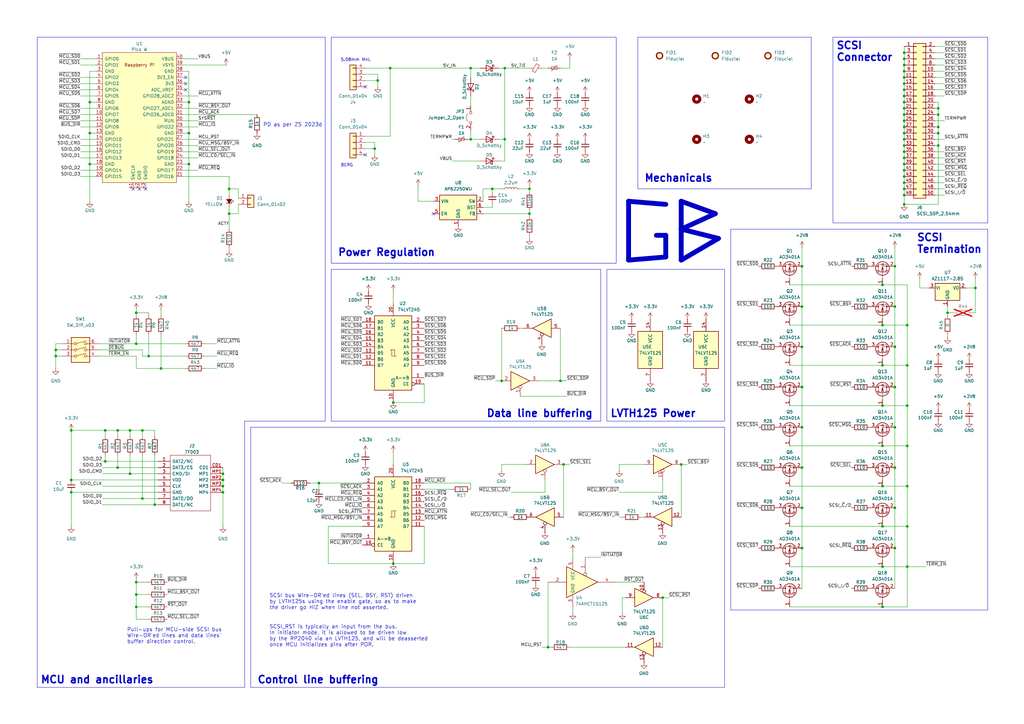
<source format=kicad_sch>
(kicad_sch (version 20250114) (generator "eeschema") (generator_version "9.0")
  (paper "A3")
  (title_block (title "GBSCSI 2") (date "2025-03-10") (rev "1.1") (comment 1 "Drawn by; George Rudolf Mezzomo") (comment 2 "GBSCSI model 2, 3.5\" form factor"))
  (rectangle (start 299.72 93.98) (end 405.13 250.19))
  (rectangle (start 261.62 15.24) (end 332.74 77.47))
  (rectangle (start 248.92 110.49) (end 297.18 172.72))
  (rectangle (start 341.63 15.24) (end 405.13 91.44))
  (rectangle (start 135.89 15.24) (end 252.73 107.95))
  (text "PD as per ZS 2023d\n\n" (at 107.95 54.61 0) (effects (font (size 1.524 1.524)) (justify left bottom)))
  (text "Pull-ups for MCU-side SCSI bus\nWire-OR'ed lines and data lines'\nbuffer direction control." (at 52.07 264.16 0) (effects (font (size 1.524 1.524)) (justify left bottom)))
  (text "MCU and ancillaries" (at 16.51 280.67 0) (effects (font (size 3 3) (thickness 0.6) (bold yes)) (justify left bottom)))
  (text "SCSI_RST is typically an input from the bus.\nIn initiator mode, it is allowed to be driven low\nby the RP2040 via an LVTH125, and will be deasserted\nonce MCU initializes pins after POR." (at 110.49 265.43 0) (effects (font (size 1.524 1.524)) (justify left bottom)))
  (text "Data line buffering" (at 199.39 171.45 0) (effects (font (size 3 3) (thickness 0.6) (bold yes)) (justify left bottom)))
  (text "LVTH125 Power" (at 250.19 171.45 0) (effects (font (size 3 3) (thickness 0.6) (bold yes)) (justify left bottom)))
  (text "5.08mm MnL" (at 139.7 25.4 0) (effects (font (size 1.27 1.27)) (justify left bottom)))
  (text "Power Regulation" (at 138.43 105.41 0) (effects (font (size 3 3) (thickness 0.6) (bold yes)) (justify left bottom)))
  (text "SCSI\nConnector" (at 342.9 25.4 0) (effects (font (size 3 3) (thickness 0.6) (bold yes)) (justify left bottom)))
  (text "BERG" (at 139.7 68.58 0) (effects (font (size 1.27 1.27)) (justify left bottom)))
  (text "Mechanicals" (at 264.16 74.93 0) (effects (font (size 3 3) (thickness 0.6) (bold yes)) (justify left bottom)))
  (text "Control line buffering" (at 105.41 280.67 0) (effects (font (size 3 3) (thickness 0.6) (bold yes)) (justify left bottom)))
  (text "SCSI bus Wire-OR'ed lines (SEL, BSY, RST) driven\nby LVTH125s using the enable gate, so as to make\nthe driver go HiZ when line not asserted." (at 110.49 250.19 0) (effects (font (size 1.524 1.524)) (justify left bottom)))
  (text "SCSI\nTermination" (at 375.92 104.14 0) (effects (font (size 3 3) (thickness 0.6) (bold yes)) (justify left bottom)))
  (junction (at 370.84 49.53))
  (junction (at 361.95 182.88))
  (junction (at 370.84 69.85))
  (junction (at 271.78 245.11))
  (junction (at 43.18 189.23))
  (junction (at 370.84 41.91))
  (junction (at 22.86 146.05))
  (junction (at 153.67 60.96))
  (junction (at 48.26 176.53))
  (junction (at 370.84 24.13))
  (junction (at 207.01 27.94))
  (junction (at 370.84 46.99))
  (junction (at 193.04 57.15))
  (junction (at 367.03 191.77))
  (junction (at 55.88 128.27))
  (junction (at 370.84 52.07))
  (junction (at 48.26 191.77))
  (junction (at 370.84 64.77))
  (junction (at 367.03 224.79))
  (junction (at 370.84 21.59))
  (junction (at 77.47 67.31))
  (junction (at 63.5 207.01))
  (junction (at 370.84 83.82))
  (junction (at 217.17 87.63))
  (junction (at 370.84 59.69))
  (junction (at 370.84 72.39))
  (junction (at 361.95 232.41))
  (junction (at 370.84 57.15))
  (junction (at 328.93 191.77))
  (junction (at 372.11 232.41))
  (junction (at 160.02 27.94))
  (junction (at 370.84 74.93))
  (junction (at 55.88 238.76))
  (junction (at 328.93 175.26))
  (junction (at 361.95 166.37))
  (junction (at 372.11 166.37))
  (junction (at 55.88 140.97))
  (junction (at 77.47 54.61))
  (junction (at 231.14 190.5))
  (junction (at 53.34 194.31))
  (junction (at 384.81 52.07))
  (junction (at 370.84 67.31))
  (junction (at 367.03 175.26))
  (junction (at 29.21 201.93))
  (junction (at 328.93 224.79))
  (junction (at 370.84 80.01))
  (junction (at 91.44 199.39))
  (junction (at 367.03 125.73))
  (junction (at 370.84 31.75))
  (junction (at 384.81 44.45))
  (junction (at 370.84 29.21))
  (junction (at 43.18 176.53))
  (junction (at 55.88 248.92))
  (junction (at 372.11 199.39))
  (junction (at 36.83 67.31))
  (junction (at 367.03 109.22))
  (junction (at 91.44 196.85))
  (junction (at 384.81 46.99))
  (junction (at 328.93 109.22))
  (junction (at 205.74 156.21))
  (junction (at 328.93 208.28))
  (junction (at 367.03 208.28))
  (junction (at 361.95 215.9))
  (junction (at 328.93 125.73))
  (junction (at 93.98 77.47))
  (junction (at 207.01 57.15))
  (junction (at 400.05 118.11))
  (junction (at 91.44 194.31))
  (junction (at 55.88 243.84))
  (junction (at 361.95 149.86))
  (junction (at 91.44 201.93))
  (junction (at 161.29 165.1))
  (junction (at 361.95 248.92))
  (junction (at 77.47 41.91))
  (junction (at 372.11 182.88))
  (junction (at 384.81 54.61))
  (junction (at 130.81 198.12))
  (junction (at 361.95 199.39))
  (junction (at 229.87 156.21))
  (junction (at 154.94 33.02))
  (junction (at 66.04 151.13))
  (junction (at 53.34 176.53))
  (junction (at 328.93 142.24))
  (junction (at 93.98 87.63))
  (junction (at 193.04 27.94))
  (junction (at 367.03 142.24))
  (junction (at 36.83 41.91))
  (junction (at 370.84 39.37))
  (junction (at 161.29 231.14))
  (junction (at 201.93 77.47))
  (junction (at 372.11 149.86))
  (junction (at 370.84 44.45))
  (junction (at 388.62 128.27))
  (junction (at 58.42 176.53))
  (junction (at 370.84 36.83))
  (junction (at 279.4 190.5))
  (junction (at 372.11 215.9))
  (junction (at 370.84 34.29))
  (junction (at 370.84 54.61))
  (junction (at 36.83 54.61))
  (junction (at 372.11 133.35))
  (junction (at 22.86 143.51))
  (junction (at 58.42 204.47))
  (junction (at 29.21 196.85))
  (junction (at 370.84 62.23))
  (junction (at 370.84 26.67))
  (junction (at 361.95 116.84))
  (junction (at 367.03 158.75))
  (junction (at 217.17 77.47))
  (junction (at 384.81 59.69))
  (junction (at 60.96 146.05))
  (junction (at 361.95 133.35))
  (junction (at 29.21 176.53))
  (junction (at 224.79 265.43))
  (junction (at 328.93 158.75))
  (junction (at 370.84 77.47))
  (no_connect (at 177.8 87.63))
  (no_connect (at 76.2 36.83))
  (no_connect (at 54.61 77.47))
  (no_connect (at 149.86 35.56))
  (no_connect (at 76.2 34.29))
  (no_connect (at 76.2 31.75))
  (no_connect (at 149.86 63.5))
  (no_connect (at 59.69 77.47))
  (no_connect (at 57.15 77.47))
  (wire (pts (xy 93.98 85.09) (xy 93.98 87.63)))
  (wire (pts (xy 372.11 149.86) (xy 372.11 166.37)))
  (wire (pts (xy 217.17 76.2) (xy 217.17 77.47)))
  (wire (pts (xy 29.21 176.53) (xy 43.18 176.53)))
  (wire (pts (xy 39.37 62.23) (xy 33.02 62.23)))
  (wire (pts (xy 55.88 140.97) (xy 76.2 140.97)))
  (wire (pts (xy 149.86 27.94) (xy 160.02 27.94)))
  (wire (pts (xy 240.03 228.6) (xy 246.38 228.6)))
  (wire (pts (xy 367.03 142.24) (xy 367.03 158.75)))
  (wire (pts (xy 387.35 34.29) (xy 383.54 34.29)))
  (wire (pts (xy 48.26 176.53) (xy 43.18 176.53)))
  (wire (pts (xy 97.79 87.63) (xy 93.98 87.63)))
  (wire (pts (xy 130.81 198.12) (xy 148.59 198.12)))
  (wire (pts (xy 134.62 215.9) (xy 134.62 231.14)))
  (wire (pts (xy 41.91 191.77) (xy 48.26 191.77)))
  (wire (pts (xy 384.81 54.61) (xy 383.54 54.61)))
  (wire (pts (xy 41.91 204.47) (xy 58.42 204.47)))
  (wire (pts (xy 55.88 238.76) (xy 55.88 237.49)))
  (wire (pts (xy 64.77 201.93) (xy 29.21 201.93)))
  (wire (pts (xy 60.96 248.92) (xy 55.88 248.92)))
  (wire (pts (xy 74.93 29.21) (xy 77.47 29.21)))
  (wire (pts (xy 254 212.09) (xy 255.27 212.09)))
  (polyline (pts (xy 100.33 281.94) (xy 100.33 172.72)))
  (wire (pts (xy 173.99 231.14) (xy 173.99 215.9)))
  (wire (pts (xy 323.85 248.92) (xy 361.95 248.92)))
  (wire (pts (xy 83.82 151.13) (xy 88.9 151.13)))
  (wire (pts (xy 367.03 208.28) (xy 367.03 224.79)))
  (wire (pts (xy 370.84 77.47) (xy 370.84 80.01)))
  (wire (pts (xy 234.95 251.46) (xy 234.95 248.92)))
  (polyline (pts (xy 297.18 281.94) (xy 297.18 175.26)))
  (wire (pts (xy 22.86 146.05) (xy 25.4 146.05)))
  (wire (pts (xy 53.34 176.53) (xy 48.26 176.53)))
  (wire (pts (xy 193.04 39.37) (xy 193.04 43.18)))
  (wire (pts (xy 161.29 185.42) (xy 161.29 190.5)))
  (wire (pts (xy 233.68 190.5) (xy 231.14 190.5)))
  (wire (pts (xy 384.81 52.07) (xy 383.54 52.07)))
  (polyline (pts (xy 15.24 15.24) (xy 15.24 281.94)))
  (wire (pts (xy 207.01 66.04) (xy 204.47 66.04)))
  (wire (pts (xy 328.93 158.75) (xy 328.93 175.26)))
  (wire (pts (xy 74.93 44.45) (xy 81.28 44.45)))
  (polyline (pts (xy 133.35 172.72) (xy 133.35 15.24)))
  (wire (pts (xy 97.79 87.63) (xy 97.79 83.82)))
  (wire (pts (xy 323.85 182.88) (xy 361.95 182.88)))
  (wire (pts (xy 40.64 143.51) (xy 58.42 143.51)))
  (wire (pts (xy 149.86 33.02) (xy 154.94 33.02)))
  (wire (pts (xy 388.62 137.16) (xy 388.62 138.43)))
  (wire (pts (xy 372.11 166.37) (xy 372.11 182.88)))
  (wire (pts (xy 41.91 194.31) (xy 53.34 194.31)))
  (wire (pts (xy 361.95 199.39) (xy 372.11 199.39)))
  (wire (pts (xy 39.37 64.77) (xy 33.02 64.77)))
  (wire (pts (xy 33.02 34.29) (xy 39.37 34.29)))
  (wire (pts (xy 58.42 143.51) (xy 58.42 146.05)))
  (wire (pts (xy 387.35 80.01) (xy 383.54 80.01)))
  (wire (pts (xy 63.5 176.53) (xy 63.5 179.07)))
  (wire (pts (xy 36.83 41.91) (xy 36.83 54.61)))
  (wire (pts (xy 93.98 77.47) (xy 93.98 80.01)))
  (wire (pts (xy 74.93 46.99) (xy 105.41 46.99)))
  (wire (pts (xy 53.34 194.31) (xy 64.77 194.31)))
  (wire (pts (xy 396.24 118.11) (xy 400.05 118.11)))
  (wire (pts (xy 22.86 143.51) (xy 22.86 146.05)))
  (wire (pts (xy 173.99 198.12) (xy 193.04 198.12)))
  (wire (pts (xy 55.88 248.92) (xy 55.88 243.84)))
  (wire (pts (xy 370.84 67.31) (xy 370.84 69.85)))
  (polyline (pts (xy 294.64 97.79) (xy 279.4 93.98)) (stroke (width 2)))
  (wire (pts (xy 387.35 29.21) (xy 383.54 29.21)))
  (wire (pts (xy 201.93 77.47) (xy 201.93 78.74)))
  (wire (pts (xy 328.93 191.77) (xy 328.93 208.28)))
  (wire (pts (xy 177.8 82.55) (xy 171.45 82.55)))
  (wire (pts (xy 254 201.93) (xy 271.78 201.93)))
  (polyline (pts (xy 246.38 110.49) (xy 135.89 110.49)))
  (wire (pts (xy 387.35 36.83) (xy 383.54 36.83)))
  (wire (pts (xy 39.37 72.39) (xy 33.02 72.39)))
  (wire (pts (xy 370.84 62.23) (xy 370.84 64.77)))
  (wire (pts (xy 43.18 189.23) (xy 64.77 189.23)))
  (wire (pts (xy 22.86 146.05) (xy 22.86 151.13)))
  (wire (pts (xy 222.25 27.94) (xy 224.79 27.94)))
  (polyline (pts (xy 257.81 82.55) (xy 257.81 106.68)) (stroke (width 2)))
  (wire (pts (xy 384.81 59.69) (xy 384.81 83.82)))
  (wire (pts (xy 255.27 245.11) (xy 255.27 251.46)))
  (wire (pts (xy 217.17 27.94) (xy 207.01 27.94)))
  (wire (pts (xy 201.93 77.47) (xy 205.74 77.47)))
  (polyline (pts (xy 279.4 106.68) (xy 294.64 97.79)) (stroke (width 2)))
  (wire (pts (xy 207.01 27.94) (xy 207.01 57.15)))
  (wire (pts (xy 391.16 128.27) (xy 388.62 128.27)))
  (wire (pts (xy 213.36 77.47) (xy 217.17 77.47)))
  (polyline (pts (xy 273.05 83.82) (xy 257.81 82.55)) (stroke (width 2)))
  (wire (pts (xy 198.12 87.63) (xy 217.17 87.63)))
  (wire (pts (xy 48.26 186.69) (xy 48.26 191.77)))
  (wire (pts (xy 88.9 146.05) (xy 83.82 146.05)))
  (wire (pts (xy 367.03 175.26) (xy 367.03 191.77)))
  (wire (pts (xy 384.81 41.91) (xy 383.54 41.91)))
  (wire (pts (xy 29.21 196.85) (xy 29.21 176.53)))
  (wire (pts (xy 41.91 189.23) (xy 43.18 189.23)))
  (wire (pts (xy 127 198.12) (xy 130.81 198.12)))
  (wire (pts (xy 271.78 245.11) (xy 271.78 265.43)))
  (wire (pts (xy 361.95 232.41) (xy 372.11 232.41)))
  (wire (pts (xy 41.91 199.39) (xy 64.77 199.39)))
  (polyline (pts (xy 279.4 82.55) (xy 293.37 87.63)) (stroke (width 2)))
  (wire (pts (xy 323.85 199.39) (xy 361.95 199.39)))
  (wire (pts (xy 361.95 182.88) (xy 372.11 182.88)))
  (wire (pts (xy 381 118.11) (xy 377.19 118.11)))
  (wire (pts (xy 205.74 190.5) (xy 205.74 193.04)))
  (wire (pts (xy 384.81 41.91) (xy 384.81 44.45)))
  (wire (pts (xy 207.01 57.15) (xy 204.47 57.15)))
  (wire (pts (xy 53.34 186.69) (xy 53.34 194.31)))
  (polyline (pts (xy 246.38 172.72) (xy 246.38 110.49)))
  (polyline (pts (xy 102.87 175.26) (xy 297.18 175.26)))
  (wire (pts (xy 41.91 207.01) (xy 63.5 207.01)))
  (wire (pts (xy 224.79 238.76) (xy 224.79 265.43)))
  (wire (pts (xy 234.95 226.06) (xy 234.95 228.6)))
  (wire (pts (xy 25.4 140.97) (xy 22.86 140.97)))
  (wire (pts (xy 97.79 77.47) (xy 93.98 77.47)))
  (wire (pts (xy 185.42 66.04) (xy 196.85 66.04)))
  (wire (pts (xy 76.2 36.83) (xy 74.93 36.83)))
  (wire (pts (xy 39.37 59.69) (xy 33.02 59.69)))
  (polyline (pts (xy 135.89 110.49) (xy 135.89 172.72)))
  (wire (pts (xy 217.17 96.52) (xy 217.17 97.79)))
  (wire (pts (xy 43.18 186.69) (xy 43.18 189.23)))
  (wire (pts (xy 361.95 215.9) (xy 372.11 215.9)))
  (wire (pts (xy 328.93 208.28) (xy 328.93 224.79)))
  (wire (pts (xy 66.04 151.13) (xy 55.88 151.13)))
  (wire (pts (xy 74.93 41.91) (xy 77.47 41.91)))
  (wire (pts (xy 204.47 27.94) (xy 207.01 27.94)))
  (wire (pts (xy 76.2 31.75) (xy 74.93 31.75)))
  (wire (pts (xy 361.95 248.92) (xy 372.11 248.92)))
  (wire (pts (xy 217.17 87.63) (xy 217.17 88.9)))
  (wire (pts (xy 328.93 125.73) (xy 328.93 142.24)))
  (wire (pts (xy 205.74 190.5) (xy 215.9 190.5)))
  (wire (pts (xy 149.86 55.88) (xy 160.02 55.88)))
  (wire (pts (xy 130.81 200.66) (xy 130.81 198.12)))
  (wire (pts (xy 171.45 82.55) (xy 171.45 76.2)))
  (wire (pts (xy 36.83 41.91) (xy 39.37 41.91)))
  (polyline (pts (xy 279.4 82.55) (xy 279.4 106.68)) (stroke (width 2)))
  (wire (pts (xy 160.02 27.94) (xy 193.04 27.94)))
  (wire (pts (xy 262.89 212.09) (xy 264.16 212.09)))
  (wire (pts (xy 361.95 133.35) (xy 372.11 133.35)))
  (wire (pts (xy 370.84 46.99) (xy 370.84 49.53)))
  (wire (pts (xy 201.93 77.47) (xy 198.12 77.47)))
  (wire (pts (xy 198.12 85.09) (xy 201.93 85.09)))
  (wire (pts (xy 66.04 127) (xy 66.04 129.54)))
  (wire (pts (xy 134.62 231.14) (xy 161.29 231.14)))
  (wire (pts (xy 323.85 166.37) (xy 361.95 166.37)))
  (wire (pts (xy 60.96 129.54) (xy 60.96 128.27)))
  (wire (pts (xy 66.04 137.16) (xy 66.04 151.13)))
  (wire (pts (xy 154.94 33.02) (xy 154.94 35.56)))
  (wire (pts (xy 58.42 176.53) (xy 63.5 176.53)))
  (wire (pts (xy 74.93 24.13) (xy 81.28 24.13)))
  (wire (pts (xy 91.44 199.39) (xy 91.44 201.93)))
  (wire (pts (xy 387.35 26.67) (xy 383.54 26.67)))
  (wire (pts (xy 370.84 21.59) (xy 370.84 24.13)))
  (wire (pts (xy 252.73 238.76) (xy 264.16 238.76)))
  (wire (pts (xy 55.88 127) (xy 55.88 128.27)))
  (wire (pts (xy 198.12 77.47) (xy 198.12 82.55)))
  (wire (pts (xy 372.11 232.41) (xy 379.73 232.41)))
  (wire (pts (xy 279.4 190.5) (xy 279.4 212.09)))
  (wire (pts (xy 40.64 146.05) (xy 55.88 146.05)))
  (wire (pts (xy 33.02 44.45) (xy 39.37 44.45)))
  (wire (pts (xy 387.35 21.59) (xy 383.54 21.59)))
  (wire (pts (xy 53.34 176.53) (xy 58.42 176.53)))
  (wire (pts (xy 191.77 57.15) (xy 193.04 57.15)))
  (wire (pts (xy 148.59 215.9) (xy 134.62 215.9)))
  (wire (pts (xy 328.93 142.24) (xy 328.93 158.75)))
  (wire (pts (xy 229.87 27.94) (xy 233.68 27.94)))
  (wire (pts (xy 149.86 58.42) (xy 153.67 58.42)))
  (wire (pts (xy 40.64 140.97) (xy 55.88 140.97)))
  (polyline (pts (xy 293.37 87.63) (xy 293.37 87.63)) (stroke (width 2)))
  (wire (pts (xy 77.47 54.61) (xy 77.47 67.31)))
  (wire (pts (xy 370.84 74.93) (xy 370.84 77.47)))
  (wire (pts (xy 367.03 191.77) (xy 367.03 208.28)))
  (wire (pts (xy 160.02 55.88) (xy 160.02 27.94)))
  (wire (pts (xy 60.96 254) (xy 55.88 254)))
  (wire (pts (xy 388.62 128.27) (xy 388.62 125.73)))
  (wire (pts (xy 370.84 72.39) (xy 370.84 74.93)))
  (wire (pts (xy 55.88 128.27) (xy 60.96 128.27)))
  (wire (pts (xy 217.17 212.09) (xy 215.9 212.09)))
  (wire (pts (xy 367.03 109.22) (xy 367.03 125.73)))
  (wire (pts (xy 328.93 224.79) (xy 328.93 241.3)))
  (wire (pts (xy 115.57 198.12) (xy 119.38 198.12)))
  (wire (pts (xy 193.04 57.15) (xy 196.85 57.15)))
  (wire (pts (xy 323.85 133.35) (xy 361.95 133.35)))
  (wire (pts (xy 224.79 265.43) (xy 226.06 265.43)))
  (wire (pts (xy 400.05 118.11) (xy 400.05 114.3)))
  (wire (pts (xy 370.84 41.91) (xy 370.84 44.45)))
  (wire (pts (xy 220.98 156.21) (xy 229.87 156.21)))
  (wire (pts (xy 74.93 57.15) (xy 81.28 57.15)))
  (wire (pts (xy 33.02 36.83) (xy 39.37 36.83)))
  (wire (pts (xy 33.02 31.75) (xy 39.37 31.75)))
  (wire (pts (xy 388.62 129.54) (xy 388.62 128.27)))
  (wire (pts (xy 74.93 26.67) (xy 92.71 26.67)))
  (wire (pts (xy 91.44 196.85) (xy 91.44 199.39)))
  (wire (pts (xy 370.84 49.53) (xy 370.84 52.07)))
  (wire (pts (xy 93.98 101.6) (xy 93.98 102.87)))
  (wire (pts (xy 60.96 137.16) (xy 60.96 146.05)))
  (wire (pts (xy 377.19 118.11) (xy 377.19 114.3)))
  (wire (pts (xy 58.42 176.53) (xy 58.42 179.07)))
  (wire (pts (xy 22.86 140.97) (xy 22.86 143.51)))
  (wire (pts (xy 370.84 80.01) (xy 370.84 83.82)))
  (wire (pts (xy 222.25 265.43) (xy 224.79 265.43)))
  (wire (pts (xy 76.2 151.13) (xy 66.04 151.13)))
  (wire (pts (xy 383.54 59.69) (xy 384.81 59.69)))
  (polyline (pts (xy 102.87 175.26) (xy 102.87 281.94)))
  (wire (pts (xy 76.2 34.29) (xy 74.93 34.29)))
  (wire (pts (xy 328.93 101.6) (xy 328.93 109.22)))
  (wire (pts (xy 58.42 186.69) (xy 58.42 204.47)))
  (wire (pts (xy 43.18 176.53) (xy 43.18 179.07)))
  (wire (pts (xy 370.84 69.85) (xy 370.84 72.39)))
  (wire (pts (xy 91.44 191.77) (xy 91.44 194.31)))
  (wire (pts (xy 154.94 30.48) (xy 154.94 33.02)))
  (polyline (pts (xy 135.89 172.72) (xy 246.38 172.72)))
  (wire (pts (xy 60.96 243.84) (xy 55.88 243.84)))
  (wire (pts (xy 384.81 44.45) (xy 384.81 46.99)))
  (wire (pts (xy 231.14 190.5) (xy 231.14 212.09)))
  (wire (pts (xy 384.81 46.99) (xy 383.54 46.99)))
  (wire (pts (xy 33.02 26.67) (xy 39.37 26.67)))
  (wire (pts (xy 387.35 69.85) (xy 383.54 69.85)))
  (wire (pts (xy 161.29 231.14) (xy 173.99 231.14)))
  (wire (pts (xy 39.37 29.21) (xy 36.83 29.21)))
  (wire (pts (xy 74.93 67.31) (xy 77.47 67.31)))
  (wire (pts (xy 361.95 149.86) (xy 372.11 149.86)))
  (wire (pts (xy 370.84 26.67) (xy 370.84 29.21)))
  (wire (pts (xy 55.88 151.13) (xy 55.88 146.05)))
  (wire (pts (xy 328.93 175.26) (xy 328.93 191.77)))
  (wire (pts (xy 254 190.5) (xy 254 193.04)))
  (wire (pts (xy 60.96 238.76) (xy 55.88 238.76)))
  (wire (pts (xy 185.42 57.15) (xy 186.69 57.15)))
  (wire (pts (xy 55.88 254) (xy 55.88 248.92)))
  (wire (pts (xy 370.84 36.83) (xy 370.84 39.37)))
  (wire (pts (xy 58.42 146.05) (xy 60.96 146.05)))
  (polyline (pts (xy 279.4 93.98) (xy 279.4 93.98)) (stroke (width 2)))
  (wire (pts (xy 36.83 67.31) (xy 39.37 67.31)))
  (wire (pts (xy 323.85 149.86) (xy 361.95 149.86)))
  (wire (pts (xy 233.68 27.94) (xy 233.68 24.13)))
  (wire (pts (xy 370.84 31.75) (xy 370.84 34.29)))
  (wire (pts (xy 55.88 137.16) (xy 55.88 140.97)))
  (polyline (pts (xy 294.64 97.79) (xy 294.64 97.79)) (stroke (width 2)))
  (wire (pts (xy 372.11 182.88) (xy 372.11 199.39)))
  (wire (pts (xy 33.02 49.53) (xy 39.37 49.53)))
  (wire (pts (xy 274.32 245.11) (xy 271.78 245.11)))
  (wire (pts (xy 74.93 54.61) (xy 77.47 54.61)))
  (wire (pts (xy 281.94 190.5) (xy 279.4 190.5)))
  (wire (pts (xy 36.83 29.21) (xy 36.83 41.91)))
  (wire (pts (xy 36.83 54.61) (xy 36.83 67.31)))
  (wire (pts (xy 370.84 24.13) (xy 370.84 26.67)))
  (wire (pts (xy 323.85 232.41) (xy 361.95 232.41)))
  (wire (pts (xy 372.11 215.9) (xy 372.11 232.41)))
  (wire (pts (xy 384.81 52.07) (xy 384.81 54.61)))
  (polyline (pts (xy 100.33 172.72) (xy 133.35 172.72)))
  (wire (pts (xy 203.2 156.21) (xy 205.74 156.21)))
  (wire (pts (xy 55.88 243.84) (xy 55.88 238.76)))
  (wire (pts (xy 153.67 60.96) (xy 153.67 63.5)))
  (wire (pts (xy 193.04 53.34) (xy 193.04 57.15)))
  (wire (pts (xy 74.93 69.85) (xy 81.28 69.85)))
  (wire (pts (xy 33.02 39.37) (xy 39.37 39.37)))
  (wire (pts (xy 213.36 134.62) (xy 214.63 134.62)))
  (wire (pts (xy 387.35 31.75) (xy 383.54 31.75)))
  (wire (pts (xy 193.04 200.66) (xy 193.04 198.12)))
  (wire (pts (xy 91.44 201.93) (xy 91.44 215.9)))
  (wire (pts (xy 77.47 41.91) (xy 77.47 54.61)))
  (wire (pts (xy 233.68 265.43) (xy 256.54 265.43)))
  (polyline (pts (xy 15.24 281.94) (xy 100.33 281.94)))
  (wire (pts (xy 33.02 46.99) (xy 39.37 46.99)))
  (wire (pts (xy 173.99 157.48) (xy 173.99 165.1)))
  (wire (pts (xy 372.11 199.39) (xy 372.11 215.9)))
  (wire (pts (xy 93.98 87.63) (xy 93.98 93.98)))
  (wire (pts (xy 384.81 46.99) (xy 384.81 52.07)))
  (wire (pts (xy 196.85 27.94) (xy 193.04 27.94)))
  (wire (pts (xy 217.17 86.36) (xy 217.17 87.63)))
  (wire (pts (xy 55.88 128.27) (xy 55.88 129.54)))
  (wire (pts (xy 400.05 128.27) (xy 400.05 118.11)))
  (wire (pts (xy 264.16 190.5) (xy 254 190.5)))
  (wire (pts (xy 372.11 232.41) (xy 372.11 248.92)))
  (wire (pts (xy 91.44 194.31) (xy 91.44 196.85)))
  (wire (pts (xy 383.54 57.15) (xy 387.35 57.15)))
  (wire (pts (xy 39.37 69.85) (xy 33.02 69.85)))
  (polyline (pts (xy 269.24 96.52) (xy 273.05 96.52)) (stroke (width 2)))
  (wire (pts (xy 229.87 134.62) (xy 229.87 156.21)))
  (wire (pts (xy 370.84 44.45) (xy 370.84 46.99)))
  (wire (pts (xy 208.28 212.09) (xy 209.55 212.09)))
  (wire (pts (xy 74.93 39.37) (xy 81.28 39.37)))
  (wire (pts (xy 149.86 60.96) (xy 153.67 60.96)))
  (polyline (pts (xy 279.4 93.98) (xy 293.37 87.63)) (stroke (width 2)))
  (wire (pts (xy 370.84 54.61) (xy 370.84 57.15)))
  (wire (pts (xy 271.78 201.93) (xy 271.78 196.85)))
  (wire (pts (xy 256.54 245.11) (xy 255.27 245.11)))
  (wire (pts (xy 367.03 158.75) (xy 367.03 175.26)))
  (wire (pts (xy 74.93 64.77) (xy 81.28 64.77)))
  (wire (pts (xy 74.93 62.23) (xy 81.28 62.23)))
  (wire (pts (xy 387.35 74.93) (xy 383.54 74.93)))
  (wire (pts (xy 387.35 67.31) (xy 383.54 67.31)))
  (wire (pts (xy 36.83 67.31) (xy 36.83 82.55)))
  (wire (pts (xy 36.83 54.61) (xy 39.37 54.61)))
  (wire (pts (xy 74.93 59.69) (xy 81.28 59.69)))
  (wire (pts (xy 328.93 109.22) (xy 328.93 125.73)))
  (wire (pts (xy 370.84 59.69) (xy 370.84 62.23)))
  (wire (pts (xy 367.03 101.6) (xy 367.03 109.22)))
  (wire (pts (xy 53.34 176.53) (xy 53.34 179.07)))
  (wire (pts (xy 63.5 186.69) (xy 63.5 207.01)))
  (wire (pts (xy 232.41 162.56) (xy 213.36 162.56)))
  (wire (pts (xy 370.84 19.05) (xy 370.84 21.59)))
  (wire (pts (xy 370.84 29.21) (xy 370.84 31.75)))
  (wire (pts (xy 323.85 215.9) (xy 361.95 215.9)))
  (wire (pts (xy 39.37 57.15) (xy 33.02 57.15)))
  (wire (pts (xy 384.81 44.45) (xy 383.54 44.45)))
  (wire (pts (xy 387.35 72.39) (xy 383.54 72.39)))
  (wire (pts (xy 370.84 52.07) (xy 370.84 54.61)))
  (wire (pts (xy 161.29 119.38) (xy 161.29 124.46)))
  (wire (pts (xy 33.02 52.07) (xy 39.37 52.07)))
  (wire (pts (xy 384.81 54.61) (xy 384.81 59.69)))
  (wire (pts (xy 232.41 156.21) (xy 229.87 156.21)))
  (wire (pts (xy 63.5 207.01) (xy 64.77 207.01)))
  (wire (pts (xy 372.11 116.84) (xy 372.11 133.35)))
  (wire (pts (xy 223.52 201.93) (xy 223.52 196.85)))
  (polyline (pts (xy 102.87 281.94) (xy 297.18 281.94)))
  (wire (pts (xy 64.77 196.85) (xy 29.21 196.85)))
  (wire (pts (xy 387.35 24.13) (xy 383.54 24.13)))
  (wire (pts (xy 74.93 52.07) (xy 81.28 52.07)))
  (wire (pts (xy 383.54 49.53) (xy 387.35 49.53)))
  (wire (pts (xy 185.42 200.66) (xy 173.99 200.66)))
  (wire (pts (xy 33.02 24.13) (xy 39.37 24.13)))
  (wire (pts (xy 370.84 39.37) (xy 370.84 41.91)))
  (wire (pts (xy 387.35 39.37) (xy 383.54 39.37)))
  (wire (pts (xy 93.98 72.39) (xy 93.98 77.47)))
  (wire (pts (xy 74.93 49.53) (xy 81.28 49.53)))
  (wire (pts (xy 370.84 34.29) (xy 370.84 36.83)))
  (polyline (pts (xy 257.81 106.68) (xy 273.05 105.41)) (stroke (width 2)))
  (wire (pts (xy 367.03 224.79) (xy 367.03 241.3)))
  (wire (pts (xy 29.21 201.93) (xy 29.21 215.9)))
  (wire (pts (xy 383.54 62.23) (xy 387.35 62.23)))
  (wire (pts (xy 207.01 57.15) (xy 207.01 66.04)))
  (wire (pts (xy 48.26 191.77) (xy 64.77 191.77)))
  (wire (pts (xy 22.86 143.51) (xy 25.4 143.51)))
  (wire (pts (xy 88.9 140.97) (xy 83.82 140.97)))
  (wire (pts (xy 201.93 85.09) (xy 201.93 83.82)))
  (wire (pts (xy 387.35 77.47) (xy 383.54 77.47)))
  (wire (pts (xy 323.85 116.84) (xy 361.95 116.84)))
  (wire (pts (xy 205.74 134.62) (xy 205.74 156.21)))
  (wire (pts (xy 361.95 116.84) (xy 372.11 116.84)))
  (wire (pts (xy 97.79 81.28) (xy 97.79 77.47)))
  (wire (pts (xy 209.55 201.93) (xy 223.52 201.93)))
  (wire (pts (xy 74.93 72.39) (xy 93.98 72.39)))
  (wire (pts (xy 361.95 166.37) (xy 372.11 166.37)))
  (wire (pts (xy 149.86 30.48) (xy 154.94 30.48)))
  (wire (pts (xy 77.47 29.21) (xy 77.47 41.91)))
  (wire (pts (xy 387.35 64.77) (xy 383.54 64.77)))
  (wire (pts (xy 398.78 128.27) (xy 400.05 128.27)))
  (wire (pts (xy 372.11 133.35) (xy 372.11 149.86)))
  (wire (pts (xy 173.99 165.1) (xy 161.29 165.1)))
  (wire (pts (xy 370.84 57.15) (xy 370.84 59.69)))
  (wire (pts (xy 77.47 67.31) (xy 77.47 82.55)))
  (wire (pts (xy 48.26 179.07) (xy 48.26 176.53)))
  (polyline (pts (xy 273.05 105.41) (xy 273.05 96.52)) (stroke (width 2)))
  (wire (pts (xy 370.84 83.82) (xy 384.81 83.82)))
  (wire (pts (xy 217.17 77.47) (xy 217.17 78.74)))
  (wire (pts (xy 370.84 64.77) (xy 370.84 67.31)))
  (wire (pts (xy 153.67 58.42) (xy 153.67 60.96)))
  (wire (pts (xy 58.42 204.47) (xy 64.77 204.47)))
  (polyline (pts (xy 133.35 15.24) (xy 15.24 15.24)))
  (wire (pts (xy 367.03 125.73) (xy 367.03 142.24)))
  (wire (pts (xy 193.04 27.94) (xy 193.04 31.75)))
  (wire (pts (xy 60.96 146.05) (xy 76.2 146.05)))
  (wire (pts (xy 387.35 19.05) (xy 383.54 19.05)))
  (label "~{SCSI_BSY}" (at 349.25 125.73 180))
  (label "~{MCU_REQ}" (at 88.9 146.05 0))
  (label "~{MCU_SD5}" (at 148.59 137.16 180))
  (label "~{MCU_CD{slash}SEL_IN}" (at 208.28 212.09 180))
  (label "~{SCSI_MSG}" (at 387.35 69.85 0))
  (label "~{INITIATOR}" (at 148.59 220.98 180))
  (label "~{SCSI_SD5}" (at 173.99 137.16 0))
  (label "SDIO_D3" (at 33.02 72.39 180))
  (label "~{BUS_DIR}" (at 173.99 154.94 0))
  (label "5V_IN" (at 181.61 27.94 0))
  (label "SDIO_CMD" (at 41.91 194.31 180))
  (label "VBUS" (at 185.42 66.04 180))
  (label "~{DEBUG}" (at 44.45 143.51 0))
  (label "SDIO_D2" (at 41.91 189.23 180))
  (label "~{MCU_ACK}" (at 173.99 198.12 0))
  (label "~{SCSI_SD4}" (at 173.99 139.7 0))
  (label "~{SCSI_SD3}" (at 311.15 158.75 180))
  (label "SCSI_~{REQ}" (at 349.25 224.79 180))
  (label "~{SCSI_SDP}" (at 387.35 39.37 0))
  (label "~{SCSI_SD2}" (at 173.99 144.78 0))
  (label "~{MCU_IO}" (at 148.59 208.28 180))
  (label "~{SCSI_SD7}" (at 311.15 224.79 180))
  (label "~{SCSI_SD7}" (at 387.35 36.83 0))
  (label "VBUS" (at 81.28 24.13 0))
  (label "~{SCSI_SD0}" (at 311.15 109.22 180))
  (label "~{INITIATOR}" (at 246.38 228.6 0))
  (label "~{SCSI_SD1}" (at 173.99 147.32 0))
  (label "~{MCU_SD7}" (at 33.02 46.99 180))
  (label "~{INITIATOR}" (at 44.45 140.97 0))
  (label "~{SCSI_SDP}" (at 311.15 241.3 180))
  (label "~{MCU_IO}" (at 81.28 52.07 0))
  (label "~{MCU_SD3}" (at 33.02 34.29 180))
  (label "~{BUS_DIR}" (at 33.02 52.07 180))
  (label "SYS~{RST}" (at 81.28 49.53 0))
  (label "~{SCSI_MSG}" (at 173.99 213.36 0))
  (label "~{SCSI_ACK}" (at 115.57 198.12 180))
  (label "~{MCU_SD5}" (at 33.02 39.37 180))
  (label "~{MCU_ACK}" (at 81.28 46.99 0))
  (label "SDIO_D1" (at 33.02 64.77 180))
  (label "SCSI_~{ATTN}" (at 349.25 109.22 180))
  (label "SCSI_~{REQ}" (at 173.99 203.2 0))
  (label "~{SCSI_SEL}" (at 233.68 190.5 0))
  (label "~{MCU_SD1}" (at 148.59 147.32 180))
  (label "SCSI_I{slash}~{O} " (at 349.25 241.3 180))
  (label "TERMPWR" (at 387.35 49.53 0))
  (label "SCSI_I{slash}~{O} " (at 387.35 80.01 0))
  (label "SCSI_I{slash}~{O} " (at 173.99 208.28 0))
  (label "~{MCU_SD3}" (at 148.59 142.24 180))
  (label "SDIO_D1" (at 41.91 207.01 180))
  (label "~{SCSI_SD7}" (at 173.99 132.08 0))
  (label "~{MCU_REQ}" (at 148.59 203.2 180))
  (label "~{SCSI_ACK}" (at 349.25 142.24 180))
  (label "SCSI_~{C}{slash}D" (at 387.35 74.93 0))
  (label "~{MCU_ATTN}" (at 81.28 39.37 0))
  (label "~{SCSI_SD1}" (at 387.35 21.59 0))
  (label "~{TERM_EN}" (at 44.45 146.05 0))
  (label "~{MCU_SEL_OUT}" (at 81.28 62.23 0))
  (label "SDIO_D0" (at 41.91 204.47 180))
  (label "~{MCU_BSY_OUT}" (at 81.28 44.45 0))
  (label "~{SCSI_SEL}" (at 387.35 72.39 0))
  (label "~{SCSI_SD3}" (at 387.35 26.67 0))
  (label "~{MCU_SD4}" (at 33.02 36.83 180))
  (label "~{SCSI_BSY}" (at 387.35 62.23 0))
  (label "~{MCU_ATTN}" (at 88.9 140.97 0))
  (label "5V_TIE" (at 209.55 27.94 0))
  (label "SDIO_CLK" (at 41.91 199.39 180))
  (label "~{MCU_CD{slash}SEL_IN}" (at 148.59 205.74 180))
  (label "SDIO_D2" (at 33.02 69.85 180))
  (label "~{SCSI_SD0}" (at 173.99 149.86 0))
  (label "SCSI_~{ATTN}" (at 387.35 57.15 0))
  (label "~{MCU_SD2}" (at 33.02 31.75 180))
  (label "~{MCU_SEL_OUT}" (at 68.58 254 0))
  (label "~{MCU_REQ}" (at 81.28 69.85 0))
  (label "MCU_RST" (at 222.25 265.43 180))
  (label "~{SCSI_SD3}" (at 173.99 142.24 0))
  (label "SCSI_~{ATTN}" (at 148.59 210.82 180))
  (label "~{MCU_SD4}" (at 148.59 139.7 180))
  (label "SDIO_D0" (at 33.02 62.23 180))
  (label "SDIO_CMD" (at 33.02 59.69 180))
  (label "~{SCSI_SD6}" (at 173.99 134.62 0))
  (label "~{MCU_BSY_OUT}" (at 148.59 223.52 180))
  (label "SDIO_D3" (at 41.91 191.77 180))
  (label "~{SCSI_SD5}" (at 387.35 31.75 0))
  (label "~{SCSI_SD5}" (at 311.15 191.77 180))
  (label "~{MCU_SD7}" (at 148.59 132.08 180))
  (label "~{SCSI_SD2}" (at 387.35 24.13 0))
  (label "~{MCU_MSG{slash}BSY_IN}" (at 254 212.09 180))
  (label "~{MCU_SEL_OUT}" (at 209.55 201.93 180))
  (label "SCSI_~{C}{slash}D" (at 173.99 205.74 0))
  (label "~{SCSI_SD4}" (at 311.15 175.26 180))
  (label "~{MCU_ATTN}" (at 173.99 210.82 0))
  (label "~{MCU_SD6}" (at 148.59 134.62 180))
  (label "~{SCSI_SD4}" (at 387.35 29.21 0))
  (label "~{MCU_CD{slash}SEL_IN}" (at 81.28 64.77 0))
  (label "~{SCSI_RST}" (at 349.25 158.75 180))
  (label "~{SCSI_SD0}" (at 387.35 19.05 0))
  (label "SCSI_~{REQ}" (at 387.35 77.47 0))
  (label "~{SCSI_SD1}" (at 311.15 125.73 180))
  (label "~{SCSI_BSY}" (at 281.94 190.5 0))
  (label "~{SCSI_ACK}" (at 387.35 64.77 0))
  (label "~{MCU_SD6}" (at 33.02 44.45 180))
  (label "~{MCU_BSY_OUT}" (at 68.58 243.84 0))
  (label "~{RST_OUT}" (at 68.58 248.92 0))
  (label "~{RST_OUT}" (at 264.16 238.76 180))
  (label "~{MCU_BSY_OUT}" (at 254 201.93 180))
  (label "~{SCSI_SEL}" (at 349.25 191.77 180))
  (label "~{MCU_IO}" (at 88.9 151.13 0))
  (label "~{SCSI_MSG}" (at 349.25 175.26 180))
  (label "~{MCU_SD2}" (at 148.59 144.78 180))
  (label "~{SCSI_SD2}" (at 311.15 142.24 180))
  (label "~{BUS_DIR}" (at 68.58 238.76 0))
  (label "~{MCU_SDP}" (at 33.02 49.53 180))
  (label "TERMPWR" (at 185.42 57.15 180))
  (label "~{SCSI_RST}" (at 274.32 245.11 0))
  (label "~{SCSI_SD6}" (at 387.35 34.29 0))
  (label "~{MCU_SDP}" (at 203.2 156.21 180))
  (label "~{TERM_EN}" (at 379.73 232.41 0))
  (label "MCU_RST" (at 81.28 57.15 0))
  (label "~{MCU_SD1}" (at 33.02 26.67 180))
  (label "~{SCSI_RST}" (at 387.35 67.31 0))
  (label "~{SCSI_ACK}" (at 148.59 200.66 180))
  (label "SDIO_CLK" (at 33.02 57.15 180))
  (label "SCSI_~{C}{slash}D" (at 349.25 208.28 180))
  (label "ACTY" (at 93.98 92.71 180))
  (label "~{BUS_DIR}" (at 232.41 162.56 0))
  (label "~{SCSI_SD6}" (at 311.15 208.28 180))
  (label "~{MCU_SD0}" (at 33.02 24.13 180))
  (label "~{SCSI_SDP}" (at 232.41 156.21 0))
  (label "~{MCU_MSG{slash}BSY_IN}" (at 81.28 59.69 0))
  (label "~{MCU_SD0}" (at 148.59 149.86 180))
  (label "~{MCU_MSG{slash}BSY_IN}" (at 148.59 213.36 180))
  (symbol (lib_id "power:+5V") (at 92.71 26.67 0) (unit 1)
    (property "Reference" "#PWR013" (effects (hide yes)))
    (property "Value" "+5V" (at 92.71 21.59 0))
  )
  (symbol (lib_id "Mechanical:Fiducial") (at 270.51 22.86 0) (unit 1)
    (property "Reference" "FID1" (at 273.05 21.59 0) (effects (justify left)))
    (property "Value" "Fiducial" (at 273.05 24.13 0) (effects (justify left)))
    (property "Footprint" "Fiducial:Fiducial_0.5mm_Mask1mm" (effects (hide yes)))
    (property "LCSC" "N/A" (effects (hide yes)))
  )
  (symbol (lib_id "74xx:74LS245") (at 161.29 210.82 0) (unit 1)
    (property "Reference" "U3" (at 166.37 190.5 0))
    (property "Value" "74LVT245" (at 168.91 193.04 0))
    (property "Footprint" "Package_SO:SSOP-20_5.3x7.2mm_P0.65mm" (effects (hide yes)))
    (property "Datasheet" "http://www.ti.com/lit/gpn/sn74LS245" (effects (hide yes)))
    (property "LCSC" "C2652121" (effects (hide yes)))
  )
  (symbol (lib_id "power:+3.3V") (at 151.13 119.38 0) (unit 1)
    (property "Reference" "#PWR019" (effects (hide yes)))
    (property "Value" "+3.3V" (at 151.13 114.3 0))
  )
  (symbol (lib_id "power:GND") (at 77.47 82.55 0) (unit 1)
    (property "Reference" "#PWR011" (effects (hide yes)))
    (property "Value" "GND" (at 77.47 86.36 0))
  )
  (symbol (lib_id "Mechanical:MountingHole") (at 307.34 57.15 0) (unit 1) (in_bom no)
    (property "Reference" "H4" (at 309.88 55.88 0) (effects (justify left)))
    (property "Value" "~" (at 309.88 58.42 0) (effects (justify left)))
    (property "Footprint" "GBSCSI:MH2.5_NPTH" (effects (hide yes)))
    (property "LCSC" "N/A" (effects (hide yes)))
  )
  (symbol (lib_id "power:+5V") (at 228.6 38.1 0) (mirror y) (unit 1)
    (property "Reference" "#PWR075" (effects (hide yes)))
    (property "Value" "+5V" (at 228.6 33.02 0))
  )
  (symbol (lib_id "Device:R") (at 60.96 133.35 0) (unit 1)
    (property "Reference" "R6" (at 62.992 133.35 90))
    (property "Value" "1k" (at 60.96 133.35 90))
    (property "Footprint" "Resistor_SMD:R_0603_1608Metric" (effects (hide yes)))
    (property "LCSC" "C21190" (effects (hide yes)))
  )
  (symbol (lib_id "Connector_Generic:Conn_02x25_Odd_Even") (at 375.92 49.53 0) (unit 1)
    (property "Reference" "J6" (at 377.19 85.09 0))
    (property "Value" "SCSI_50P_2.54mm" (at 384.81 87.63 0))
    (property "Footprint" "Connector_IDC:IDC-Header_2x25_P2.54mm_Horizontal" (effects (hide yes)))
    (property "LCSC" "N/A" (effects (hide yes)))
  )
  (symbol (lib_id "power:GND") (at 205.74 193.04 0) (mirror y) (unit 1)
    (property "Reference" "#PWR026" (effects (hide yes)))
    (property "Value" "GND" (at 205.613 197.4342 0))
  )
  (symbol (lib_id "74xx:74LVC125") (at 289.56 143.51 0) (unit 5)
    (property "Reference" "U6" (at 288.29 142.24 0))
    (property "Value" "74LVT125" (at 289.56 144.78 0))
    (property "Footprint" "Package_SO:TSSOP-14_4.4x5mm_P0.65mm" (effects (hide yes)))
    (property "Datasheet" "http://www.ti.com/lit/gpn/sn74LVC125" (effects (hide yes)))
    (property "LCSC" "C7042" (effects (hide yes)))
  )
  (symbol (lib_id "power:+3.3V") (at 149.86 185.42 0) (unit 1)
    (property "Reference" "#PWR017" (effects (hide yes)))
    (property "Value" "+3.3V" (at 149.86 180.34 0))
  )
  (symbol (lib_id "power:GND") (at 388.62 138.43 0) (unit 1)
    (property "Reference" "#PWR050" (effects (hide yes)))
    (property "Value" "GND" (at 388.62 143.51 0))
  )
  (symbol (lib_id "power:+3.3V") (at 161.29 185.42 0) (unit 1)
    (property "Reference" "#PWR061" (effects (hide yes)))
    (property "Value" "+3.3V" (at 161.29 180.34 0))
  )
  (symbol (lib_id "power:GND") (at 161.29 165.1 0) (unit 1)
    (property "Reference" "#PWR022" (effects (hide yes)))
    (property "Value" "GND" (at 161.29 168.91 0))
  )
  (symbol (lib_id "Device:C_Small") (at 217.17 59.69 0) (unit 1)
    (property "Reference" "C12" (at 214.8586 58.5216 0) (effects (justify right)))
    (property "Value" "22uF" (at 214.8586 60.833 0) (effects (justify right)))
    (property "Footprint" "Capacitor_SMD:C_0603_1608Metric" (effects (hide yes)))
    (property "LCSC" "C59461" (effects (hide yes)))
  )
  (symbol (lib_id "Transistor_FET:AO3401A") (at 361.95 111.76 90) (unit 1)
    (property "Reference" "Q10" (at 361.95 102.87 90))
    (property "Value" "AO3401A" (at 361.95 105.41 90))
    (property "Footprint" "Package_TO_SOT_SMD:SOT-23" (effects (hide yes)))
    (property "Datasheet" "http://www.aosmd.com/pdfs/datasheet/AO3401A.pdf" (effects (hide yes)))
    (property "LCSC" "C15127" (effects (hide yes)))
  )
  (symbol (lib_id "Device:R") (at 314.96 109.22 90) (unit 1)
    (property "Reference" "R22" (at 314.96 106.68 90))
    (property "Value" "110" (at 314.96 109.22 90))
    (property "Footprint" "Resistor_SMD:R_0603_1608Metric" (effects (hide yes)))
    (property "LCSC" "C22781" (effects (hide yes)))
  )
  (symbol (lib_id "power:GND") (at 154.94 35.56 0) (unit 1)
    (property "Reference" "#PWR021" (effects (hide yes)))
    (property "Value" "GND" (at 154.94 39.37 0))
  )
  (symbol (lib_id "Device:C_Small") (at 259.08 133.35 0) (unit 1)
    (property "Reference" "C5" (at 256.7686 132.1816 0) (effects (justify right)))
    (property "Value" "100nF" (at 256.7686 134.493 0) (effects (justify right)))
    (property "Footprint" "Capacitor_SMD:C_0603_1608Metric" (effects (hide yes)))
    (property "LCSC" "C14663" (effects (hide yes)))
  )
  (symbol (lib_id "power:+3.3V") (at 161.29 119.38 0) (unit 1)
    (property "Reference" "#PWR062" (effects (hide yes)))
    (property "Value" "+3.3V" (at 161.29 114.3 0))
  )
  (symbol (lib_id "power:GND") (at 93.98 102.87 0) (unit 1)
    (property "Reference" "#PWR014" (effects (hide yes)))
    (property "Value" "GND" (at 93.98 106.68 0))
  )
  (symbol (lib_id "74xx:74LVC125") (at 264.16 265.43 0) (mirror y) (unit 4)
    (property "Reference" "U6" (at 264.16 257.3782 0))
    (property "Value" "74LVT125" (at 264.16 259.6896 0))
    (property "Footprint" "Package_SO:TSSOP-14_4.4x5mm_P0.65mm" (effects (hide yes)))
    (property "Datasheet" "http://www.ti.com/lit/gpn/sn74LVC125" (effects (hide yes)))
    (property "LCSC" "C7042" (effects (hide yes)))
  )
  (symbol (lib_id "74xx:74LVC125") (at 223.52 190.5 0) (unit 1)
    (property "Reference" "U6" (at 223.52 182.4482 0))
    (property "Value" "74LVT125" (at 223.52 184.7596 0))
    (property "Footprint" "Package_SO:TSSOP-14_4.4x5mm_P0.65mm" (effects (hide yes)))
    (property "Datasheet" "http://www.ti.com/lit/gpn/sn74LVC125" (effects (hide yes)))
    (property "LCSC" "C7042" (effects (hide yes)))
  )
  (symbol (lib_id "Device:R") (at 80.01 140.97 90) (unit 1)
    (property "Reference" "R8" (at 80.01 138.43 90))
    (property "Value" "4k7" (at 80.01 140.97 90))
    (property "Footprint" "Resistor_SMD:R_0603_1608Metric" (effects (hide yes)))
    (property "LCSC" "C23162" (effects (hide yes)))
  )
  (symbol (lib_id "Device:C_Small") (at 384.81 149.86 0) (unit 1)
    (property "Reference" "C8" (at 382.4986 148.6916 0) (effects (justify right)))
    (property "Value" "1uF" (at 382.4986 151.003 0) (effects (justify right)))
    (property "Footprint" "Capacitor_SMD:C_0603_1608Metric" (effects (hide yes)))
    (property "LCSC" "C15849" (effects (hide yes)))
  )
  (symbol (lib_id "power:GND") (at 240.03 62.23 0) (unit 1)
    (property "Reference" "#PWR074" (effects (hide yes)))
    (property "Value" "GND" (at 240.03 66.04 0))
  )
  (symbol (lib_id "power:GND") (at 228.6 43.18 0) (unit 1)
    (property "Reference" "#PWR076" (effects (hide yes)))
    (property "Value" "GND" (at 228.6 46.99 0))
  )
  (symbol (lib_id "Device:D_Schottky") (at 200.66 27.94 0) (mirror y) (unit 1)
    (property "Reference" "D3" (at 200.66 25.4 0))
    (property "Value" "D_Schottky" (at 200.66 30.48 0))
    (property "Footprint" "Diode_SMD:D_SOD-123" (effects (hide yes)))
    (property "LCSC" "C82544" (effects (hide yes)))
  )
  (symbol (lib_id "Mechanical:Fiducial") (at 314.96 22.86 0) (unit 1) (in_bom no)
    (property "Reference" "FID3" (at 317.5 21.59 0) (effects (justify left)))
    (property "Value" "Fiducial" (at 317.5 24.13 0) (effects (justify left)))
    (property "Footprint" "Fiducial:Fiducial_0.5mm_Mask1mm" (effects (hide yes)))
    (property "LCSC" "N/A" (effects (hide yes)))
  )
  (symbol (lib_id "Device:C_Small") (at 397.51 170.18 0) (unit 1)
    (property "Reference" "C11" (at 395.1986 169.0116 0) (effects (justify right)))
    (property "Value" "100nF" (at 395.1986 171.323 0) (effects (justify right)))
    (property "Footprint" "Capacitor_SMD:C_0603_1608Metric" (effects (hide yes)))
    (property "LCSC" "C14663" (effects (hide yes)))
  )
  (symbol (lib_id "Regulator_Linear:AZ1117-2.85") (at 388.62 118.11 0) (unit 1)
    (property "Reference" "U7" (at 388.62 111.76 0))
    (property "Value" "AZ1117-2.85" (at 388.62 114.3 0))
    (property "Footprint" "Package_TO_SOT_SMD:SOT-223-3_TabPin2" (effects (hide yes)))
    (property "Datasheet" "https://www.diodes.com/assets/Datasheets/AZ1117.pdf" (effects (hide yes)))
    (property "LCSC" "C14791" (effects (hide yes)))
  )
  (symbol (lib_id "Device:R") (at 63.5 182.88 180) (unit 1)
    (property "Reference" "R7" (at 61.468 182.88 90))
    (property "Value" "4k7" (at 63.5 182.88 90))
    (property "Footprint" "Resistor_SMD:R_0603_1608Metric" (effects (hide yes)))
    (property "LCSC" "C23162" (effects (hide yes)))
  )
  (symbol (lib_id "power:GND") (at 149.86 190.5 0) (unit 1)
    (property "Reference" "#PWR018" (effects (hide yes)))
    (property "Value" "GND" (at 149.86 194.31 0))
  )
  (symbol (lib_id "Transistor_FET:AO3401A") (at 361.95 210.82 90) (unit 1)
    (property "Reference" "Q16" (at 361.95 201.93 90))
    (property "Value" "AO3401A" (at 361.95 204.47 90))
    (property "Footprint" "Package_TO_SOT_SMD:SOT-23" (effects (hide yes)))
    (property "Datasheet" "http://www.aosmd.com/pdfs/datasheet/AO3401A.pdf" (effects (hide yes)))
    (property "LCSC" "C15127" (effects (hide yes)))
  )
  (symbol (lib_id "Device:R") (at 388.62 133.35 180) (unit 1)
    (property "Reference" "R45" (at 386.08 133.35 90))
    (property "Value" "0" (at 388.62 133.35 90))
    (property "Footprint" "Resistor_SMD:R_0603_1608Metric" (effects (hide yes)))
    (property "LCSC" "C21189" (effects (hide yes)))
  )
  (symbol (lib_id "Device:R") (at 217.17 82.55 0) (mirror y) (unit 1)
    (property "Reference" "R41" (at 214.63 82.55 90))
    (property "Value" "31k6" (at 217.17 82.55 90))
    (property "Footprint" "Resistor_SMD:R_0603_1608Metric" (effects (hide yes)))
    (property "LCSC" "C25967" (effects (hide yes)))
  )
  (symbol (lib_id "power:GND") (at 22.86 151.13 0) (unit 1)
    (property "Reference" "#PWR02" (effects (hide yes)))
    (property "Value" "GND" (at 22.86 156.21 0))
  )
  (symbol (lib_id "power:GND") (at 151.13 124.46 0) (unit 1)
    (property "Reference" "#PWR020" (effects (hide yes)))
    (property "Value" "GND" (at 151.13 128.27 0))
  )
  (symbol (lib_id "Device:R") (at 314.96 158.75 90) (unit 1)
    (property "Reference" "R25" (at 314.96 156.21 90))
    (property "Value" "110" (at 314.96 158.75 90))
    (property "Footprint" "Resistor_SMD:R_0603_1608Metric" (effects (hide yes)))
    (property "LCSC" "C22781" (effects (hide yes)))
  )
  (symbol (lib_id "power:+5V") (at 377.19 114.3 0) (mirror y) (unit 1)
    (property "Reference" "#PWR052" (effects (hide yes)))
    (property "Value" "+5V" (at 377.19 109.22 0))
  )
  (symbol (lib_id "power:+5V") (at 233.68 24.13 0) (unit 1)
    (property "Reference" "#PWR031" (effects (hide yes)))
    (property "Value" "+5V" (at 233.68 19.05 0))
  )
  (symbol (lib_id "Device:R") (at 314.96 191.77 90) (unit 1)
    (property "Reference" "R27" (at 314.96 189.23 90))
    (property "Value" "110" (at 314.96 191.77 90))
    (property "Footprint" "Resistor_SMD:R_0603_1608Metric" (effects (hide yes)))
    (property "LCSC" "C22781" (effects (hide yes)))
  )
  (symbol (lib_id "power:GND") (at 384.81 152.4 0) (unit 1)
    (property "Reference" "#PWR054" (effects (hide yes)))
    (property "Value" "GND" (at 384.81 156.21 0))
  )
  (symbol (lib_id "power:GND") (at 254 193.04 0) (mirror y) (unit 1)
    (property "Reference" "#PWR032" (effects (hide yes)))
    (property "Value" "GND" (at 253.873 197.4342 0))
  )
  (symbol (lib_id "Transistor_FET:AO3401A") (at 323.85 194.31 90) (unit 1)
    (property "Reference" "Q6" (at 323.85 185.42 90))
    (property "Value" "AO3401A" (at 323.85 187.96 90))
    (property "Footprint" "Package_TO_SOT_SMD:SOT-23" (effects (hide yes)))
    (property "Datasheet" "http://www.aosmd.com/pdfs/datasheet/AO3401A.pdf" (effects (hide yes)))
    (property "LCSC" "C15127" (effects (hide yes)))
  )
  (symbol (lib_id "power:+2V8") (at 397.51 167.64 0) (unit 1)
    (property "Reference" "#PWR059" (effects (hide yes)))
    (property "Value" "+2V8" (at 397.51 162.56 0))
  )
  (symbol (lib_id "Mechanical:MountingHole") (at 285.75 40.64 0) (unit 1) (in_bom no)
    (property "Reference" "H1" (at 288.29 39.37 0) (effects (justify left)))
    (property "Value" "~" (at 288.29 41.91 0) (effects (justify left)))
    (property "Footprint" "GBSCSI:MH2.5_NPTH" (effects (hide yes)))
    (property "LCSC" "N/A" (effects (hide yes)))
  )
  (symbol (lib_id "power:+5V") (at 171.45 76.2 0) (unit 1)
    (property "Reference" "#PWR063" (effects (hide yes)))
    (property "Value" "+5V" (at 171.45 71.12 0))
  )
  (symbol (lib_id "Transistor_FET:AO3401A") (at 361.95 144.78 90) (unit 1)
    (property "Reference" "Q12" (at 361.95 135.89 90))
    (property "Value" "AO3401A" (at 361.95 138.43 90))
    (property "Footprint" "Package_TO_SOT_SMD:SOT-23" (effects (hide yes)))
    (property "Datasheet" "http://www.aosmd.com/pdfs/datasheet/AO3401A.pdf" (effects (hide yes)))
    (property "LCSC" "C15127" (effects (hide yes)))
  )
  (symbol (lib_id "Device:R") (at 314.96 175.26 90) (unit 1)
    (property "Reference" "R26" (at 314.96 172.72 90))
    (property "Value" "110" (at 314.96 175.26 90))
    (property "Footprint" "Resistor_SMD:R_0603_1608Metric" (effects (hide yes)))
    (property "LCSC" "C22781" (effects (hide yes)))
  )
  (symbol (lib_id "74xx:74LVC125") (at 271.78 190.5 0) (unit 3)
    (property "Reference" "U5" (at 271.78 182.4482 0))
    (property "Value" "74LVT125" (at 271.78 184.7596 0))
    (property "Footprint" "Package_SO:TSSOP-14_4.4x5mm_P0.65mm" (effects (hide yes)))
    (property "Datasheet" "http://www.ti.com/lit/gpn/sn74LVC125" (effects (hide yes)))
    (property "LCSC" "C7042" (effects (hide yes)))
  )
  (symbol (lib_id "Connector_Generic:Conn_01x04") (at 144.78 33.02 180) (unit 1)
    (property "Reference" "J4" (at 144.78 41.91 0))
    (property "Value" "Conn_01x04" (at 144.78 39.37 0))
    (property "Footprint" "GBSCSI:DRVPWR" (effects (hide yes)))
    (property "LCSC" "N/A" (effects (hide yes)))
  )
  (symbol (lib_id "power:+3.3V") (at 219.71 234.95 0) (unit 1)
    (property "Reference" "#PWR025" (effects (hide yes)))
    (property "Value" "+3.3V" (at 219.71 229.87 0))
  )
  (symbol (lib_id "Device:C_Small") (at 149.86 187.96 0) (unit 1)
    (property "Reference" "C3" (at 147.5486 186.7916 0) (effects (justify right)))
    (property "Value" "100nF" (at 147.5486 189.103 0) (effects (justify right)))
    (property "Footprint" "Capacitor_SMD:C_0603_1608Metric" (effects (hide yes)))
    (property "LCSC" "C14663" (effects (hide yes)))
  )
  (symbol (lib_id "power:+3.3V") (at 259.08 130.81 0) (unit 1)
    (property "Reference" "#PWR044" (effects (hide yes)))
    (property "Value" "+3.3V" (at 259.08 125.73 0))
  )
  (symbol (lib_id "power:GND") (at 397.51 172.72 0) (unit 1)
    (property "Reference" "#PWR060" (effects (hide yes)))
    (property "Value" "GND" (at 397.51 176.53 0))
  )
  (symbol (lib_id "Device:R") (at 353.06 241.3 90) (unit 1)
    (property "Reference" "R39" (at 353.06 238.76 90))
    (property "Value" "110" (at 353.06 241.3 90))
    (property "Footprint" "Resistor_SMD:R_0603_1608Metric" (effects (hide yes)))
    (property "LCSC" "C22781" (effects (hide yes)))
  )
  (symbol (lib_id "power:GND") (at 161.29 231.14 0) (unit 1)
    (property "Reference" "#PWR023" (effects (hide yes)))
    (property "Value" "GND" (at 161.29 234.95 0))
  )
  (symbol (lib_id "Device:R") (at 64.77 254 90) (mirror x) (unit 1)
    (property "Reference" "R13" (at 64.77 251.46 90))
    (property "Value" "4k7" (at 64.77 254 90))
    (property "Footprint" "Resistor_SMD:R_0603_1608Metric" (effects (hide yes)))
    (property "LCSC" "C23162" (effects (hide yes)))
  )
  (symbol (lib_id "Device:R") (at 189.23 200.66 90) (mirror x) (unit 1)
    (property "Reference" "R17" (at 189.23 203.2 90))
    (property "Value" "1k" (at 189.23 200.66 90))
    (property "Footprint" "Resistor_SMD:R_0603_1608Metric" (effects (hide yes)))
    (property "LCSC" "C21190" (effects (hide yes)))
  )
  (symbol (lib_id "power:GND") (at 397.51 152.4 0) (unit 1)
    (property "Reference" "#PWR056" (effects (hide yes)))
    (property "Value" "GND" (at 397.51 156.21 0))
  )
  (symbol (lib_id "Device:R") (at 353.06 191.77 90) (unit 1)
    (property "Reference" "R36" (at 353.06 189.23 90))
    (property "Value" "110" (at 353.06 191.77 90))
    (property "Footprint" "Resistor_SMD:R_0603_1608Metric" (effects (hide yes)))
    (property "LCSC" "C22781" (effects (hide yes)))
  )
  (symbol (lib_id "Device:R") (at 80.01 151.13 90) (unit 1)
    (property "Reference" "R43" (at 80.01 148.59 90))
    (property "Value" "4k7" (at 80.01 151.13 90))
    (property "Footprint" "Resistor_SMD:R_0603_1608Metric" (effects (hide yes)))
    (property "LCSC" "C23162" (effects (hide yes)))
  )
  (symbol (lib_id "Device:R") (at 314.96 208.28 90) (unit 1)
    (property "Reference" "R28" (at 314.96 205.74 90))
    (property "Value" "110" (at 314.96 208.28 90))
    (property "Footprint" "Resistor_SMD:R_0603_1608Metric" (effects (hide yes)))
    (property "LCSC" "C22781" (effects (hide yes)))
  )
  (symbol (lib_id "Device:R") (at 353.06 158.75 90) (unit 1)
    (property "Reference" "R34" (at 353.06 156.21 90))
    (property "Value" "110" (at 353.06 158.75 90))
    (property "Footprint" "Resistor_SMD:R_0603_1608Metric" (effects (hide yes)))
    (property "LCSC" "C22781" (effects (hide yes)))
  )
  (symbol (lib_id "power:+3.3V") (at 217.17 76.2 0) (unit 1)
    (property "Reference" "#PWR065" (effects (hide yes)))
    (property "Value" "+3.3V" (at 217.17 71.12 0))
  )
  (symbol (lib_id "Transistor_FET:AO3401A") (at 361.95 177.8 90) (unit 1)
    (property "Reference" "Q14" (at 361.95 168.91 90))
    (property "Value" "AO3401A" (at 361.95 171.45 90))
    (property "Footprint" "Package_TO_SOT_SMD:SOT-23" (effects (hide yes)))
    (property "Datasheet" "http://www.aosmd.com/pdfs/datasheet/AO3401A.pdf" (effects (hide yes)))
    (property "LCSC" "C15127" (effects (hide yes)))
  )
  (symbol (lib_id "power:+3.3V") (at 55.88 237.49 0) (unit 1)
    (property "Reference" "#PWR010" (effects (hide yes)))
    (property "Value" "+3.3V" (at 55.88 232.41 0))
  )
  (symbol (lib_id "Device:D_Schottky") (at 193.04 35.56 270) (mirror x) (unit 1)
    (property "Reference" "D2" (at 195.58 35.56 0))
    (property "Value" "D_Schottky" (at 190.5 35.56 0))
    (property "Footprint" "Diode_SMD:D_SOD-123" (effects (hide yes)))
    (property "LCSC" "C82544" (effects (hide yes)))
  )
  (symbol (lib_id "Device:R") (at 123.19 198.12 90) (mirror x) (unit 1)
    (property "Reference" "R16" (at 123.19 200.152 90))
    (property "Value" "110" (at 123.19 198.12 90))
    (property "Footprint" "Resistor_SMD:R_0603_1608Metric" (effects (hide yes)))
    (property "LCSC" "C22781" (effects (hide yes)))
  )
  (symbol (lib_id "Connector_Generic:Conn_01x04") (at 144.78 58.42 0) (mirror y) (unit 1)
    (property "Reference" "J3" (at 144.78 49.53 0))
    (property "Value" "Conn_01x04" (at 144.78 52.07 0))
    (property "Footprint" "Connector_PinHeader_2.54mm:PinHeader_1x04_P2.54mm_Horizontal" (effects (hide yes)))
    (property "LCSC" "N/A" (effects (hide yes)))
  )
  (symbol (lib_id "power:+2V8") (at 400.05 114.3 0) (unit 1)
    (property "Reference" "#PWR051" (effects (hide yes)))
    (property "Value" "+2V8" (at 400.05 109.22 0))
  )
  (symbol (lib_id "power:GND") (at 219.71 240.03 0) (unit 1)
    (property "Reference" "#PWR043" (effects (hide yes)))
    (property "Value" "GND" (at 219.71 243.84 0))
  )
  (symbol (lib_id "Transistor_FET:AO3401A") (at 323.85 144.78 90) (unit 1)
    (property "Reference" "Q3" (at 323.85 135.89 90))
    (property "Value" "AO3401A" (at 323.85 138.43 90))
    (property "Footprint" "Package_TO_SOT_SMD:SOT-23" (effects (hide yes)))
    (property "Datasheet" "http://www.aosmd.com/pdfs/datasheet/AO3401A.pdf" (effects (hide yes)))
    (property "LCSC" "C15127" (effects (hide yes)))
  )
  (symbol (lib_id "Device:R") (at 93.98 97.79 180) (unit 1)
    (property "Reference" "R14" (at 91.44 97.79 90))
    (property "Value" "510" (at 93.98 97.79 90))
    (property "Footprint" "Resistor_SMD:R_0603_1608Metric" (effects (hide yes)))
    (property "LCSC" "C23193" (effects (hide yes)))
  )
  (symbol (lib_id "power:+3.3V") (at 266.7 130.81 0) (unit 1)
    (property "Reference" "#PWR033" (effects (hide yes)))
    (property "Value" "+3.3V" (at 266.7 125.73 0))
  )
  (symbol (lib_id "Device:R") (at 314.96 224.79 90) (unit 1)
    (property "Reference" "R29" (at 314.96 222.25 90))
    (property "Value" "110" (at 314.96 224.79 90))
    (property "Footprint" "Resistor_SMD:R_0603_1608Metric" (effects (hide yes)))
    (property "LCSC" "C22781" (effects (hide yes)))
  )
  (symbol (lib_id "Transistor_FET:AO3401A") (at 361.95 243.84 90) (unit 1)
    (property "Reference" "Q18" (at 361.95 234.95 90))
    (property "Value" "AO3401A" (at 361.95 237.49 90))
    (property "Footprint" "Package_TO_SOT_SMD:SOT-23" (effects (hide yes)))
    (property "Datasheet" "http://www.aosmd.com/pdfs/datasheet/AO3401A.pdf" (effects (hide yes)))
    (property "LCSC" "C15127" (effects (hide yes)))
  )
  (symbol (lib_id "Device:R") (at 314.96 142.24 90) (unit 1)
    (property "Reference" "R24" (at 314.96 139.7 90))
    (property "Value" "110" (at 314.96 142.24 90))
    (property "Footprint" "Resistor_SMD:R_0603_1608Metric" (effects (hide yes)))
    (property "LCSC" "C22781" (effects (hide yes)))
  )
  (symbol (lib_id "power:+3.3V") (at 228.6 57.15 0) (unit 1)
    (property "Reference" "#PWR067" (effects (hide yes)))
    (property "Value" "+3.3V" (at 228.6 52.07 0))
  )
  (symbol (lib_id "Device:R") (at 259.08 212.09 90) (mirror x) (unit 1)
    (property "Reference" "R21" (at 259.08 209.55 90))
    (property "Value" "1k" (at 259.08 212.09 90))
    (property "Footprint" "Resistor_SMD:R_0603_1608Metric" (effects (hide yes)))
    (property "LCSC" "C21190" (effects (hide yes)))
  )
  (symbol (lib_id "RPi_Pico:Pico") (at 57.15 48.26 0) (unit 1)
    (property "Reference" "U1" (at 57.15 17.8958 0))
    (property "Value" "Pico W" (at 57.15 20.32 0))
    (property "Footprint" "GBSCSI:RPi_Pico_W_SMD_TH" (effects (hide yes)))
    (property "LCSC" "C7203003" (effects (hide yes)))
  )
  (symbol (lib_id "74xx:74LVC125") (at 222.25 134.62 0) (mirror y) (unit 2)
    (property "Reference" "U5" (at 222.25 126.5682 0))
    (property "Value" "74LVT125" (at 222.25 128.8796 0))
    (property "Footprint" "Package_SO:TSSOP-14_4.4x5mm_P0.65mm" (effects (hide yes)))
    (property "Datasheet" "http://www.ti.com/lit/gpn/sn74LVC125" (effects (hide yes)))
    (property "LCSC" "C7042" (effects (hide yes)))
  )
  (symbol (lib_id "Device:R") (at 394.97 128.27 90) (unit 1) (in_bom no) (dnp yes)
    (property "Reference" "R44" (at 394.97 125.73 90))
    (property "Value" "~" (at 394.97 128.27 90))
    (property "Footprint" "Resistor_SMD:R_0603_1608Metric" (effects (hide yes)))
  )
  (symbol (lib_id "Transistor_FET:AO3401A") (at 323.85 177.8 90) (unit 1)
    (property "Reference" "Q5" (at 323.85 168.91 90))
    (property "Value" "AO3401A" (at 323.85 171.45 90))
    (property "Footprint" "Package_TO_SOT_SMD:SOT-23" (effects (hide yes)))
    (property "Datasheet" "http://www.aosmd.com/pdfs/datasheet/AO3401A.pdf" (effects (hide yes)))
    (property "LCSC" "C15127" (effects (hide yes)))
  )
  (symbol (lib_id "power:GND") (at 384.81 172.72 0) (unit 1)
    (property "Reference" "#PWR058" (effects (hide yes)))
    (property "Value" "GND" (at 384.81 176.53 0))
  )
  (symbol (lib_id "Device:R") (at 43.18 182.88 180) (unit 1)
    (property "Reference" "R1" (at 41.148 182.88 90))
    (property "Value" "4k7" (at 43.18 182.88 90))
    (property "Footprint" "Resistor_SMD:R_0603_1608Metric" (effects (hide yes)))
    (property "LCSC" "C23162" (effects (hide yes)))
  )
  (symbol (lib_id "Device:C_Small") (at 130.81 203.2 0) (mirror y) (unit 1)
    (property "Reference" "C2" (at 130.556 201.422 0) (effects (justify left)))
    (property "Value" "12pF" (at 130.556 205.232 0) (effects (justify left)))
    (property "Footprint" "Capacitor_SMD:C_0603_1608Metric" (effects (hide yes)))
    (property "LCSC" "C38523" (effects (hide yes)))
  )
  (symbol (lib_id "Mechanical:Fiducial") (at 293.37 22.86 0) (unit 1) (in_bom no)
    (property "Reference" "FID2" (at 295.91 21.59 0) (effects (justify left)))
    (property "Value" "Fiducial" (at 295.91 24.13 0) (effects (justify left)))
    (property "Footprint" "Fiducial:Fiducial_0.5mm_Mask1mm" (effects (hide yes)))
    (property "LCSC" "N/A" (effects (hide yes)))
  )
  (symbol (lib_id "Device:R") (at 53.34 182.88 180) (unit 1)
    (property "Reference" "R3" (at 51.308 182.88 90))
    (property "Value" "4k7" (at 53.34 182.88 90))
    (property "Footprint" "Resistor_SMD:R_0603_1608Metric" (effects (hide yes)))
    (property "LCSC" "C23162" (effects (hide yes)))
  )
  (symbol (lib_id "power:+5V") (at 384.81 147.32 0) (mirror y) (unit 1)
    (property "Reference" "#PWR057" (effects (hide yes)))
    (property "Value" "+5V" (at 384.81 142.24 0))
  )
  (symbol (lib_id "74xx:74LVC125") (at 271.78 212.09 0) (mirror y) (unit 4)
    (property "Reference" "U5" (at 271.78 204.0382 0))
    (property "Value" "74LVT125" (at 271.78 206.3496 0))
    (property "Footprint" "Package_SO:TSSOP-14_4.4x5mm_P0.65mm" (effects (hide yes)))
    (property "Datasheet" "http://www.ti.com/lit/gpn/sn74LVC125" (effects (hide yes)))
    (property "LCSC" "C7042" (effects (hide yes)))
  )
  (symbol (lib_id "Device:R") (at 55.88 133.35 0) (unit 1)
    (property "Reference" "R4" (at 57.912 133.35 90))
    (property "Value" "1k" (at 55.88 133.35 90))
    (property "Footprint" "Resistor_SMD:R_0603_1608Metric" (effects (hide yes)))
    (property "LCSC" "C21190" (effects (hide yes)))
  )
  (symbol (lib_id "Transistor_FET:AO3401A") (at 361.95 227.33 90) (unit 1)
    (property "Reference" "Q17" (at 361.95 218.44 90))
    (property "Value" "AO3401A" (at 361.95 220.98 90))
    (property "Footprint" "Package_TO_SOT_SMD:SOT-23" (effects (hide yes)))
    (property "Datasheet" "http://www.aosmd.com/pdfs/datasheet/AO3401A.pdf" (effects (hide yes)))
    (property "LCSC" "C15127" (effects (hide yes)))
  )
  (symbol (lib_id "Transistor_FET:AO3401A") (at 323.85 161.29 90) (unit 1)
    (property "Reference" "Q4" (at 323.85 152.4 90))
    (property "Value" "AO3401A" (at 323.85 154.94 90))
    (property "Footprint" "Package_TO_SOT_SMD:SOT-23" (effects (hide yes)))
    (property "Datasheet" "http://www.aosmd.com/pdfs/datasheet/AO3401A.pdf" (effects (hide yes)))
    (property "LCSC" "C15127" (effects (hide yes)))
  )
  (symbol (lib_id "power:GND") (at 281.94 135.89 0) (unit 1)
    (property "Reference" "#PWR047" (effects (hide yes)))
    (property "Value" "GND" (at 281.94 139.7 0))
  )
  (symbol (lib_id "Device:R") (at 314.96 241.3 90) (unit 1)
    (property "Reference" "R30" (at 314.96 238.76 90))
    (property "Value" "110" (at 314.96 241.3 90))
    (property "Footprint" "Resistor_SMD:R_0603_1608Metric" (effects (hide yes)))
    (property "LCSC" "C22781" (effects (hide yes)))
  )
  (symbol (lib_id "power:GND") (at 271.78 218.44 0) (mirror y) (unit 1)
    (property "Reference" "#PWR035" (effects (hide yes)))
    (property "Value" "GND" (at 271.653 222.8342 0))
  )
  (symbol (lib_id "74xx:74LVC125") (at 223.52 212.09 0) (mirror y) (unit 2)
    (property "Reference" "U6" (at 223.52 204.0382 0))
    (property "Value" "74LVT125" (at 223.52 206.3496 0))
    (property "Footprint" "Package_SO:TSSOP-14_4.4x5mm_P0.65mm" (effects (hide yes)))
    (property "Datasheet" "http://www.ti.com/lit/gpn/sn74LVC125" (effects (hide yes)))
    (property "LCSC" "C7042" (effects (hide yes)))
  )
  (symbol (lib_id "Device:C_Small") (at 201.93 81.28 0) (mirror y) (unit 1)
    (property "Reference" "C14" (at 204.2414 80.1116 0) (effects (justify right)))
    (property "Value" "100nF" (at 204.2414 82.423 0) (effects (justify right)))
    (property "Footprint" "Capacitor_SMD:C_0603_1608Metric" (effects (hide yes)))
    (property "LCSC" "C14663" (effects (hide yes)))
  )
  (symbol (lib_id "power:GND") (at 36.83 82.55 0) (unit 1)
    (property "Reference" "#PWR05" (effects (hide yes)))
    (property "Value" "GND" (at 36.83 86.36 0))
  )
  (symbol (lib_id "Device:C_Small") (at 151.13 121.92 0) (unit 1)
    (property "Reference" "C4" (at 148.8186 120.7516 0) (effects (justify right)))
    (property "Value" "100nF" (at 148.8186 123.063 0) (effects (justify right)))
    (property "Footprint" "Capacitor_SMD:C_0603_1608Metric" (effects (hide yes)))
    (property "LCSC" "C14663" (effects (hide yes)))
  )
  (symbol (lib_id "Device:C_Small") (at 29.21 199.39 0) (unit 1)
    (property "Reference" "C1" (at 24.13 198.12 0))
    (property "Value" "10uF" (at 24.13 200.66 0))
    (property "Footprint" "Capacitor_SMD:C_0603_1608Metric" (effects (hide yes)))
    (property "LCSC" "C96446" (effects (hide yes)))
  )
  (symbol (lib_id "Device:R") (at 353.06 175.26 90) (unit 1)
    (property "Reference" "R35" (at 353.06 172.72 90))
    (property "Value" "110" (at 353.06 175.26 90))
    (property "Footprint" "Resistor_SMD:R_0603_1608Metric" (effects (hide yes)))
    (property "LCSC" "C22781" (effects (hide yes)))
  )
  (symbol (lib_id "Device:D_Schottky") (at 200.66 57.15 0) (mirror y) (unit 1)
    (property "Reference" "D4" (at 200.66 54.61 0))
    (property "Value" "D_Schottky" (at 200.66 59.69 0))
    (property "Footprint" "Diode_SMD:D_SOD-123" (effects (hide yes)))
    (property "LCSC" "C82544" (effects (hide yes)))
  )
  (symbol (lib_id "Device:R") (at 58.42 182.88 180) (unit 1)
    (property "Reference" "R5" (at 56.388 182.88 90))
    (property "Value" "4k7" (at 58.42 182.88 90))
    (property "Footprint" "Resistor_SMD:R_0603_1608Metric" (effects (hide yes)))
    (property "LCSC" "C23162" (effects (hide yes)))
  )
  (symbol (lib_id "power:GND") (at 234.95 251.46 0) (mirror y) (unit 1)
    (property "Reference" "#PWR024" (effects (hide yes)))
    (property "Value" "GND" (at 234.823 255.8542 0))
  )
  (symbol (lib_id "Regulator_Switching:AP62250Z6") (at 187.96 85.09 0) (unit 1)
    (property "Reference" "U8" (at 187.96 74.93 0))
    (property "Value" "AP62250WU" (at 187.96 77.47 0))
    (property "Footprint" "Package_TO_SOT_SMD:TSOT-23-6" (effects (hide yes)))
    (property "Datasheet" "https://www.diodes.com/assets/Datasheets/AP62250.pdf" (effects (hide yes)))
    (property "LCSC" "C5184228" (effects (hide yes)))
  )
  (symbol (lib_id "Device:R") (at 353.06 224.79 90) (unit 1)
    (property "Reference" "R38" (at 353.06 222.25 90))
    (property "Value" "110" (at 353.06 224.79 90))
    (property "Footprint" "Resistor_SMD:R_0603_1608Metric" (effects (hide yes)))
    (property "LCSC" "C22781" (effects (hide yes)))
  )
  (symbol (lib_id "74xx:74LVC125") (at 264.16 245.11 0) (mirror x) (unit 3)
    (property "Reference" "U6" (at 264.16 253.1618 0))
    (property "Value" "74LVT125" (at 264.16 250.8504 0))
    (property "Footprint" "Package_SO:TSSOP-14_4.4x5mm_P0.65mm" (effects (hide yes)))
    (property "Datasheet" "http://www.ti.com/lit/gpn/sn74LVC125" (effects (hide yes)))
    (property "LCSC" "C7042" (effects (hide yes)))
  )
  (symbol (lib_id "power:+2V8") (at 66.04 127 0) (unit 1)
    (property "Reference" "#PWR01" (effects (hide yes)))
    (property "Value" "+2V8" (at 66.04 121.92 0))
  )
  (symbol (lib_id "Device:R") (at 229.87 265.43 270) (mirror x) (unit 1)
    (property "Reference" "R18" (at 229.87 263.398 90))
    (property "Value" "4k7" (at 229.87 265.43 90))
    (property "Footprint" "Resistor_SMD:R_0603_1608Metric" (effects (hide yes)))
    (property "LCSC" "C23162" (effects (hide yes)))
  )
  (symbol (lib_id "Connector_Generic:Conn_01x02") (at 102.87 81.28 0) (unit 1)
    (property "Reference" "J1" (at 105.41 81.2799 0) (effects (justify left)))
    (property "Value" "Conn_01x02" (at 105.41 83.8199 0) (effects (justify left)))
    (property "Footprint" "Connector_PinHeader_2.54mm:PinHeader_1x02_P2.54mm_Vertical" (effects (hide yes)))
    (property "LCSC" "N/A" (effects (hide yes)))
  )
  (symbol (lib_id "power:GND") (at 240.03 43.18 0) (unit 1)
    (property "Reference" "#PWR078" (effects (hide yes)))
    (property "Value" "GND" (at 240.03 46.99 0))
  )
  (symbol (lib_id "power:GND") (at 223.52 218.44 0) (mirror y) (unit 1)
    (property "Reference" "#PWR029" (effects (hide yes)))
    (property "Value" "GND" (at 223.393 222.8342 0))
  )
  (symbol (lib_id "power:+3.3V") (at 240.03 57.15 0) (unit 1)
    (property "Reference" "#PWR073" (effects (hide yes)))
    (property "Value" "+3.3V" (at 240.03 52.07 0))
  )
  (symbol (lib_id "Device:Polyfuse_Small") (at 227.33 27.94 90) (unit 1)
    (property "Reference" "F2" (at 227.33 21.59 90))
    (property "Value" "1A" (at 227.33 24.13 90))
    (property "Footprint" "Fuse:Fuse_0805_2012Metric" (effects (hide yes)))
    (property "LCSC" "C468888" (effects (hide yes)))
  )
  (symbol (lib_id "Device:C_Small") (at 228.6 59.69 0) (unit 1)
    (property "Reference" "C13" (at 226.2886 58.5216 0) (effects (justify right)))
    (property "Value" "22uF" (at 226.2886 60.833 0) (effects (justify right)))
    (property "Footprint" "Capacitor_SMD:C_0603_1608Metric" (effects (hide yes)))
    (property "LCSC" "C59461" (effects (hide yes)))
  )
  (symbol (lib_id "74xx:74LVC125") (at 213.36 156.21 0) (unit 1)
    (property "Reference" "U5" (at 213.36 148.1582 0))
    (property "Value" "74LVT125" (at 213.36 150.4696 0))
    (property "Footprint" "Package_SO:TSSOP-14_4.4x5mm_P0.65mm" (effects (hide yes)))
    (property "Datasheet" "http://www.ti.com/lit/gpn/sn74LVC125" (effects (hide yes)))
    (property "LCSC" "C7042" (effects (hide yes)))
  )
  (symbol (lib_id "power:GND") (at 255.27 251.46 0) (mirror y) (unit 1)
    (property "Reference" "#PWR027" (effects (hide yes)))
    (property "Value" "GND" (at 255.143 255.8542 0))
  )
  (symbol (lib_id "Device:R") (at 64.77 248.92 90) (mirror x) (unit 1)
    (property "Reference" "R12" (at 64.77 246.38 90))
    (property "Value" "4k7" (at 64.77 248.92 90))
    (property "Footprint" "Resistor_SMD:R_0603_1608Metric" (effects (hide yes)))
    (property "LCSC" "C23162" (effects (hide yes)))
  )
  (symbol (lib_id "power:GND") (at 217.17 43.18 0) (unit 1)
    (property "Reference" "#PWR072" (effects (hide yes)))
    (property "Value" "GND" (at 217.17 46.99 0))
  )
  (symbol (lib_id "Device:R") (at 213.36 212.09 90) (mirror x) (unit 1)
    (property "Reference" "R20" (at 213.36 209.55 90))
    (property "Value" "1k" (at 213.36 212.09 90))
    (property "Footprint" "Resistor_SMD:R_0603_1608Metric" (effects (hide yes)))
    (property "LCSC" "C21190" (effects (hide yes)))
  )
  (symbol (lib_id "Device:C_Small") (at 228.6 40.64 0) (unit 1)
    (property "Reference" "C17" (at 226.2886 39.4716 0) (effects (justify right)))
    (property "Value" "1uF" (at 226.2886 41.783 0) (effects (justify right)))
    (property "Footprint" "Capacitor_SMD:C_0603_1608Metric" (effects (hide yes)))
    (property "LCSC" "C15849" (effects (hide yes)))
  )
  (symbol (lib_id "Device:R") (at 105.41 50.8 0) (mirror y) (unit 1)
    (property "Reference" "R15" (at 102.87 50.8 90))
    (property "Value" "1k" (at 105.41 50.8 90))
    (property "Footprint" "Resistor_SMD:R_0603_1608Metric" (effects (hide yes)))
    (property "LCSC" "C21190" (effects (hide yes)))
  )
  (symbol (lib_id "power:GND") (at 217.17 62.23 0) (unit 1)
    (property "Reference" "#PWR069" (effects (hide yes)))
    (property "Value" "GND" (at 217.17 66.04 0))
  )
  (symbol (lib_id "power:GND") (at 29.21 215.9 0) (unit 1)
    (property "Reference" "#PWR04" (effects (hide yes)))
    (property "Value" "GND" (at 29.21 220.98 0))
  )
  (symbol (lib_id "Device:R") (at 353.06 109.22 90) (unit 1)
    (property "Reference" "R31" (at 353.06 106.68 90))
    (property "Value" "110" (at 353.06 109.22 90))
    (property "Footprint" "Resistor_SMD:R_0603_1608Metric" (effects (hide yes)))
    (property "LCSC" "C22781" (effects (hide yes)))
  )
  (symbol (lib_id "power:GND") (at 370.84 83.82 0) (unit 1)
    (property "Reference" "#PWR042" (effects (hide yes)))
    (property "Value" "GND" (at 370.84 88.9 0))
  )
  (symbol (lib_id "power:GND") (at 105.41 54.61 0) (unit 1)
    (property "Reference" "#PWR015" (effects (hide yes)))
    (property "Value" "GND" (at 105.41 59.69 0))
  )
  (symbol (lib_id "power:+3.3V") (at 217.17 57.15 0) (unit 1)
    (property "Reference" "#PWR066" (effects (hide yes)))
    (property "Value" "+3.3V" (at 217.17 52.07 0))
  )
  (symbol (lib_id "power:GND") (at 259.08 135.89 0) (unit 1)
    (property "Reference" "#PWR045" (effects (hide yes)))
    (property "Value" "GND" (at 259.08 139.7 0))
  )
  (symbol (lib_id "Device:R") (at 209.55 134.62 270) (mirror x) (unit 1)
    (property "Reference" "R19" (at 209.55 132.08 90))
    (property "Value" "1k" (at 209.55 134.62 90))
    (property "Footprint" "Resistor_SMD:R_0603_1608Metric" (effects (hide yes)))
    (property "LCSC" "C21190" (effects (hide yes)))
  )
  (symbol (lib_id "Device:FerriteBead_Small") (at 219.71 27.94 270) (unit 1)
    (property "Reference" "L1" (at 219.71 24.257 90))
    (property "Value" "Ferrite_Bead_Small" (effects (hide yes)))
    (property "Footprint" "Inductor_SMD:L_0603_1608Metric" (effects (hide yes)))
    (property "LCSC" "C1002" (effects (hide yes)))
  )
  (symbol (lib_id "power:+2V8") (at 367.03 101.6 0) (unit 1)
    (property "Reference" "#PWR048" (effects (hide yes)))
    (property "Value" "+2V8" (at 367.03 96.52 0))
  )
  (symbol (lib_id "Device:C_Small") (at 217.17 40.64 0) (unit 1)
    (property "Reference" "C15" (at 214.8586 39.4716 0) (effects (justify right)))
    (property "Value" "10uF" (at 214.8586 41.783 0) (effects (justify right)))
    (property "Footprint" "Capacitor_SMD:C_0603_1608Metric" (effects (hide yes)))
    (property "LCSC" "C96446" (effects (hide yes)))
  )
  (symbol (lib_id "power:GND") (at 153.67 63.5 0) (unit 1)
    (property "Reference" "#PWR06" (effects (hide yes)))
    (property "Value" "GND" (at 153.67 67.31 0))
  )
  (symbol (lib_id "74xx:74LS245") (at 161.29 144.78 0) (mirror y) (unit 1)
    (property "Reference" "U2" (at 165.1 124.46 0))
    (property "Value" "74LVT245" (at 167.64 127 0))
    (property "Footprint" "Package_SO:SSOP-20_5.3x7.2mm_P0.65mm" (effects (hide yes)))
    (property "Datasheet" "http://www.ti.com/lit/gpn/sn74LS245" (effects (hide yes)))
    (property "LCSC" "C2652121" (effects (hide yes)))
  )
  (symbol (lib_id "74xGxx:74AHCT1G125") (at 240.03 238.76 0) (unit 1)
    (property "Reference" "U4" (at 237.49 245.11 0))
    (property "Value" "74AHCT1G125" (at 242.57 247.65 0))
    (property "Footprint" "Package_TO_SOT_SMD:SOT-23-5" (effects (hide yes)))
    (property "Datasheet" "http://www.ti.com/lit/sg/scyt129e/scyt129e.pdf" (effects (hide yes)))
    (property "LCSC" "C12494" (effects (hide yes)))
  )
  (symbol (lib_id "Device:LED_Small_Filled") (at 93.98 82.55 270) (mirror x) (unit 1)
    (property "Reference" "D1" (at 91.44 81.28 90) (effects (justify right)))
    (property "Value" "YELLOW" (at 91.44 83.7565 90) (effects (justify right)))
    (property "Footprint" "LED_SMD:LED_0603_1608Metric" (effects (hide yes)))
    (property "LCSC" "C72038" (effects (hide yes)))
    (property "Sim.Pins" "1=K 2=A" (effects (hide yes)))
  )
  (symbol (lib_id "Transistor_FET:AO3401A") (at 323.85 227.33 90) (unit 1)
    (property "Reference" "Q8" (at 323.85 218.44 90))
    (property "Value" "AO3401A" (at 323.85 220.98 90))
    (property "Footprint" "Package_TO_SOT_SMD:SOT-23" (effects (hide yes)))
    (property "Datasheet" "http://www.aosmd.com/pdfs/datasheet/AO3401A.pdf" (effects (hide yes)))
    (property "LCSC" "C15127" (effects (hide yes)))
  )
  (symbol (lib_id "power:GND") (at 217.17 97.79 0) (unit 1)
    (property "Reference" "#PWR068" (effects (hide yes)))
    (property "Value" "GND" (at 217.17 101.6 0))
  )
  (symbol (lib_id "Jumper:Jumper_2_Open") (at 193.04 48.26 90) (mirror x) (unit 1)
    (property "Reference" "JP3" (at 190.5 45.72 90) (effects (justify left)))
    (property "Value" "Jumper_2_Open" (at 190.5 48.26 90) (effects (justify left)))
    (property "Footprint" "Connector_PinHeader_2.54mm:PinHeader_2x01_P2.54mm_Vertical" (effects (hide yes)))
    (property "LCSC" "N/A" (effects (hide yes)))
  )
  (symbol (lib_id "power:GND") (at 91.44 215.9 0) (unit 1)
    (property "Reference" "#PWR012" (effects (hide yes)))
    (property "Value" "GND" (at 91.44 220.98 0))
  )
  (symbol (lib_id "Transistor_FET:AO3401A") (at 361.95 194.31 90) (unit 1)
    (property "Reference" "Q15" (at 361.95 185.42 90))
    (property "Value" "AO3401A" (at 361.95 187.96 90))
    (property "Footprint" "Package_TO_SOT_SMD:SOT-23" (effects (hide yes)))
    (property "Datasheet" "http://www.aosmd.com/pdfs/datasheet/AO3401A.pdf" (effects (hide yes)))
    (property "LCSC" "C15127" (effects (hide yes)))
  )
  (symbol (lib_id "Device:C_Small") (at 219.71 237.49 0) (unit 1)
    (property "Reference" "C7" (at 217.3986 236.3216 0) (effects (justify right)))
    (property "Value" "100nF" (at 217.3986 238.633 0) (effects (justify right)))
    (property "Footprint" "Capacitor_SMD:C_0603_1608Metric" (effects (hide yes)))
    (property "LCSC" "C14663" (effects (hide yes)))
  )
  (symbol (lib_id "Device:R") (at 66.04 133.35 0) (unit 1)
    (property "Reference" "R40" (at 68.58 133.35 90))
    (property "Value" "4k7" (at 66.04 133.35 90))
    (property "Footprint" "Resistor_SMD:R_0603_1608Metric" (effects (hide yes)))
    (property "LCSC" "C23162" (effects (hide yes)))
  )
  (symbol (lib_id "Device:C_Small") (at 281.94 133.35 0) (unit 1)
    (property "Reference" "C6" (at 279.6286 132.1816 0) (effects (justify right)))
    (property "Value" "100nF" (at 279.6286 134.493 0) (effects (justify right)))
    (property "Footprint" "Capacitor_SMD:C_0603_1608Metric" (effects (hide yes)))
    (property "LCSC" "C14663" (effects (hide yes)))
  )
  (symbol (lib_id "Transistor_FET:AO3401A") (at 323.85 243.84 90) (unit 1)
    (property "Reference" "Q9" (at 323.85 234.95 90))
    (property "Value" "AO3401A" (at 323.85 237.49 90))
    (property "Footprint" "Package_TO_SOT_SMD:SOT-23" (effects (hide yes)))
    (property "Datasheet" "http://www.aosmd.com/pdfs/datasheet/AO3401A.pdf" (effects (hide yes)))
    (property "LCSC" "C15127" (effects (hide yes)))
  )
  (symbol (lib_id "Device:R") (at 217.17 92.71 0) (mirror y) (unit 1)
    (property "Reference" "R42" (at 214.63 92.71 90))
    (property "Value" "10k" (at 217.17 92.71 90))
    (property "Footprint" "Resistor_SMD:R_0603_1608Metric" (effects (hide yes)))
    (property "LCSC" "C25804" (effects (hide yes)))
  )
  (symbol (lib_id "Mechanical:MountingHole") (at 307.34 40.64 0) (unit 1) (in_bom no)
    (property "Reference" "H2" (at 309.88 39.37 0) (effects (justify left)))
    (property "Value" "~" (at 309.88 41.91 0) (effects (justify left)))
    (property "Footprint" "GBSCSI:MH2.5_NPTH" (effects (hide yes)))
    (property "LCSC" "N/A" (effects (hide yes)))
  )
  (symbol (lib_id "power:GND") (at 289.56 156.21 0) (unit 1)
    (property "Reference" "#PWR038" (effects (hide yes)))
    (property "Value" "GND" (at 289.56 160.02 0))
  )
  (symbol (lib_id "power:+2V8") (at 397.51 147.32 0) (unit 1)
    (property "Reference" "#PWR055" (effects (hide yes)))
    (property "Value" "+2V8" (at 397.51 142.24 0))
  )
  (symbol (lib_id "power:+5V") (at 217.17 38.1 0) (unit 1)
    (property "Reference" "#PWR071" (effects (hide yes)))
    (property "Value" "+5V" (at 217.17 33.02 0))
  )
  (symbol (lib_id "Transistor_FET:AO3401A") (at 323.85 210.82 90) (unit 1)
    (property "Reference" "Q7" (at 323.85 201.93 90))
    (property "Value" "AO3401A" (at 323.85 204.47 90))
    (property "Footprint" "Package_TO_SOT_SMD:SOT-23" (effects (hide yes)))
    (property "Datasheet" "http://www.aosmd.com/pdfs/datasheet/AO3401A.pdf" (effects (hide yes)))
    (property "LCSC" "C15127" (effects (hide yes)))
  )
  (symbol (lib_id "power:+3.3V") (at 29.21 176.53 0) (unit 1)
    (property "Reference" "#PWR03" (effects (hide yes)))
    (property "Value" "+3.3V" (at 29.21 171.45 0))
  )
  (symbol (lib_id "Device:R") (at 353.06 125.73 90) (unit 1)
    (property "Reference" "R32" (at 353.06 123.19 90))
    (property "Value" "110" (at 353.06 125.73 90))
    (property "Footprint" "Resistor_SMD:R_0603_1608Metric" (effects (hide yes)))
    (property "LCSC" "C22781" (effects (hide yes)))
  )
  (symbol (lib_id "Device:Polyfuse_Small") (at 189.23 57.15 90) (unit 1)
    (property "Reference" "F1" (at 189.23 52.07 90))
    (property "Value" "1A" (at 189.23 54.61 90))
    (property "Footprint" "Fuse:Fuse_0805_2012Metric" (effects (hide yes)))
    (property "LCSC" "C468888" (effects (hide yes)))
  )
  (symbol (lib_id "Device:R") (at 80.01 146.05 90) (unit 1)
    (property "Reference" "R9" (at 80.01 143.51 90))
    (property "Value" "4k7" (at 80.01 146.05 90))
    (property "Footprint" "Resistor_SMD:R_0603_1608Metric" (effects (hide yes)))
    (property "LCSC" "C23162" (effects (hide yes)))
  )
  (symbol (lib_id "power:GND") (at 187.96 92.71 0) (unit 1)
    (property "Reference" "#PWR064" (effects (hide yes)))
    (property "Value" "GND" (at 187.96 96.52 0))
  )
  (symbol (lib_id "Device:C_Small") (at 384.81 170.18 0) (unit 1)
    (property "Reference" "C10" (at 382.4986 169.0116 0) (effects (justify right)))
    (property "Value" "100nF" (at 382.4986 171.323 0) (effects (justify right)))
    (property "Footprint" "Capacitor_SMD:C_0603_1608Metric" (effects (hide yes)))
    (property "LCSC" "C14663" (effects (hide yes)))
  )
  (symbol (lib_id "Mechanical:MountingHole") (at 285.75 57.15 0) (unit 1) (in_bom no)
    (property "Reference" "H3" (at 288.29 55.88 0) (effects (justify left)))
    (property "Value" "~" (at 288.29 58.42 0) (effects (justify left)))
    (property "Footprint" "GBSCSI:MH2.5_NPTH" (effects (hide yes)))
    (property "LCSC" "N/A" (effects (hide yes)))
  )
  (symbol (lib_id "power:+5V") (at 384.81 167.64 0) (mirror y) (unit 1)
    (property "Reference" "#PWR053" (effects (hide yes)))
    (property "Value" "+5V" (at 384.81 162.56 0))
  )
  (symbol (lib_id "Device:C_Small") (at 240.03 40.64 0) (unit 1)
    (property "Reference" "C18" (at 237.7186 39.4716 0) (effects (justify right)))
    (property "Value" "100nF" (at 237.7186 41.783 0) (effects (justify right)))
    (property "Footprint" "Capacitor_SMD:C_0603_1608Metric" (effects (hide yes)))
    (property "LCSC" "C14663" (effects (hide yes)))
  )
  (symbol (lib_id "Device:L") (at 209.55 77.47 90) (unit 1)
    (property "Reference" "L2" (at 209.55 72.39 90))
    (property "Value" "2.2uH" (at 209.55 74.93 90))
    (property "Footprint" "Inductor_SMD:L_Vishay_IHLP-2525" (effects (hide yes)))
    (property "LCSC" "C540967" (effects (hide yes)))
  )
  (symbol (lib_id "74xx:74LVC125") (at 266.7 143.51 0) (unit 5)
    (property "Reference" "U5" (at 265.43 142.24 0))
    (property "Value" "74LVT125" (at 266.7 144.78 0))
    (property "Footprint" "Package_SO:TSSOP-14_4.4x5mm_P0.65mm" (effects (hide yes)))
    (property "Datasheet" "http://www.ti.com/lit/gpn/sn74LVC125" (effects (hide yes)))
    (property "LCSC" "C7042" (effects (hide yes)))
  )
  (symbol (lib_id "Device:R") (at 353.06 142.24 90) (unit 1)
    (property "Reference" "R33" (at 353.06 139.7 90))
    (property "Value" "110" (at 353.06 142.24 90))
    (property "Footprint" "Resistor_SMD:R_0603_1608Metric" (effects (hide yes)))
    (property "LCSC" "C22781" (effects (hide yes)))
  )
  (symbol (lib_id "Device:R") (at 64.77 238.76 90) (mirror x) (unit 1)
    (property "Reference" "R10" (at 64.77 236.22 90))
    (property "Value" "4k7" (at 64.77 238.76 90))
    (property "Footprint" "Resistor_SMD:R_0603_1608Metric" (effects (hide yes)))
    (property "LCSC" "C23162" (effects (hide yes)))
  )
  (symbol (lib_id "Transistor_FET:AO3401A") (at 323.85 128.27 90) (unit 1)
    (property "Reference" "Q2" (at 323.85 119.38 90))
    (property "Value" "AO3401A" (at 323.85 121.92 90))
    (property "Footprint" "Package_TO_SOT_SMD:SOT-23" (effects (hide yes)))
    (property "Datasheet" "http://www.aosmd.com/pdfs/datasheet/AO3401A.pdf" (effects (hide yes)))
    (property "LCSC" "C15127" (effects (hide yes)))
  )
  (symbol (lib_id "power:+3.3V") (at 234.95 226.06 0) (unit 1)
    (property "Reference" "#PWR036" (effects (hide yes)))
    (property "Value" "+3.3V" (at 234.95 220.98 0))
  )
  (symbol (lib_id "Transistor_FET:AO3401A") (at 323.85 111.76 90) (unit 1)
    (property "Reference" "Q1" (at 323.85 102.87 90))
    (property "Value" "AO3401A" (at 323.85 105.41 90))
    (property "Footprint" "Package_TO_SOT_SMD:SOT-23" (effects (hide yes)))
    (property "Datasheet" "http://www.aosmd.com/pdfs/datasheet/AO3401A.pdf" (effects (hide yes)))
    (property "LCSC" "C15127" (effects (hide yes)))
  )
  (symbol (lib_id "power:GND") (at 228.6 62.23 0) (unit 1)
    (property "Reference" "#PWR070" (effects (hide yes)))
    (property "Value" "GND" (at 228.6 66.04 0))
  )
  (symbol (lib_id "power:+2V8") (at 328.93 101.6 0) (unit 1)
    (property "Reference" "#PWR049" (effects (hide yes)))
    (property "Value" "+2V8" (at 328.93 96.52 0))
  )
  (symbol (lib_id "power:+3.3V") (at 55.88 127 0) (unit 1)
    (property "Reference" "#PWR08" (effects (hide yes)))
    (property "Value" "+3.3V" (at 55.88 121.92 0))
  )
  (symbol (lib_id "power:GND") (at 266.7 156.21 0) (unit 1)
    (property "Reference" "#PWR034" (effects (hide yes)))
    (property "Value" "GND" (at 266.7 160.02 0))
  )
  (symbol (lib_id "power:GND") (at 222.25 140.97 0) (mirror y) (unit 1)
    (property "Reference" "#PWR028" (effects (hide yes)))
    (property "Value" "GND" (at 222.123 145.3642 0))
  )
  (symbol (lib_id "power:+3.3V") (at 289.56 130.81 0) (unit 1)
    (property "Reference" "#PWR037" (effects (hide yes)))
    (property "Value" "+3.3V" (at 289.56 125.73 0))
  )
  (symbol (lib_id "Device:R") (at 48.26 182.88 180) (unit 1)
    (property "Reference" "R2" (at 46.228 182.88 90))
    (property "Value" "4k7" (at 48.26 182.88 90))
    (property "Footprint" "Resistor_SMD:R_0603_1608Metric" (effects (hide yes)))
    (property "LCSC" "C23162" (effects (hide yes)))
  )
  (symbol (lib_id "Device:C_Small") (at 397.51 149.86 0) (unit 1)
    (property "Reference" "C9" (at 395.1986 148.6916 0) (effects (justify right)))
    (property "Value" "1uF" (at 395.1986 151.003 0) (effects (justify right)))
    (property "Footprint" "Capacitor_SMD:C_0603_1608Metric" (effects (hide yes)))
    (property "LCSC" "C15849" (effects (hide yes)))
  )
  (symbol (lib_id "Device:D_Schottky") (at 200.66 66.04 0) (mirror y) (unit 1)
    (property "Reference" "D5" (at 200.66 63.5 0))
    (property "Value" "D_Schottky" (at 200.66 68.58 0))
    (property "Footprint" "Diode_SMD:D_SOD-123" (effects (hide yes)))
    (property "LCSC" "C82544" (effects (hide yes)))
  )
  (symbol (lib_id "power:GND") (at 130.81 205.74 0) (mirror y) (unit 1)
    (property "Reference" "#PWR016" (effects (hide yes)))
    (property "Value" "GND" (at 130.81 209.55 0))
  )
  (symbol (lib_id "Transistor_FET:AO3401A") (at 361.95 161.29 90) (unit 1)
    (property "Reference" "Q13" (at 361.95 152.4 90))
    (property "Value" "AO3401A" (at 361.95 154.94 90))
    (property "Footprint" "Package_TO_SOT_SMD:SOT-23" (effects (hide yes)))
    (property "Datasheet" "http://www.aosmd.com/pdfs/datasheet/AO3401A.pdf" (effects (hide yes)))
    (property "LCSC" "C15127" (effects (hide yes)))
  )
  (symbol (lib_id "Device:C_Small") (at 240.03 59.69 0) (unit 1)
    (property "Reference" "C16" (at 237.7186 58.5216 0) (effects (justify right)))
    (property "Value" "100nF" (at 237.7186 60.833 0) (effects (justify right)))
    (property "Footprint" "Capacitor_SMD:C_0603_1608Metric" (effects (hide yes)))
    (property "LCSC" "C14663" (effects (hide yes)))
  )
  (symbol (lib_id "SamacSys_Parts:TF-01A") (at 64.77 189.23 0) (unit 1)
    (property "Reference" "J2" (at 78.74 182.88 0))
    (property "Value" "TF003" (at 78.74 185.42 0))
    (property "Footprint" "GBSCSI:TF01A" (effects (hide yes)))
    (property "LCSC" "C5155563 " (effects (hide yes)))
  )
  (symbol (lib_id "Transistor_FET:AO3401A") (at 361.95 128.27 90) (unit 1)
    (property "Reference" "Q11" (at 361.95 119.38 90))
    (property "Value" "AO3401A" (at 361.95 121.92 90))
    (property "Footprint" "Package_TO_SOT_SMD:SOT-23" (effects (hide yes)))
    (property "Datasheet" "http://www.aosmd.com/pdfs/datasheet/AO3401A.pdf" (effects (hide yes)))
    (property "LCSC" "C15127" (effects (hide yes)))
  )
  (symbol (lib_id "Device:R") (at 64.77 243.84 90) (mirror x) (unit 1)
    (property "Reference" "R11" (at 64.77 241.3 90))
    (property "Value" "4k7" (at 64.77 243.84 90))
    (property "Footprint" "Resistor_SMD:R_0603_1608Metric" (effects (hide yes)))
    (property "LCSC" "C23162" (effects (hide yes)))
  )
  (symbol (lib_id "Device:R") (at 314.96 125.73 90) (unit 1)
    (property "Reference" "R23" (at 314.96 123.19 90))
    (property "Value" "110" (at 314.96 125.73 90))
    (property "Footprint" "Resistor_SMD:R_0603_1608Metric" (effects (hide yes)))
    (property "LCSC" "C22781" (effects (hide yes)))
  )
  (symbol (lib_id "Switch:SW_DIP_x03") (at 33.02 143.51 0) (unit 1)
    (property "Reference" "SW1" (at 33.02 130.81 0))
    (property "Value" "SW_DIP_x03" (at 33.02 133.35 0))
    (property "Footprint" "Button_Switch_SMD:SW_DIP_SPSTx03_Slide_6.7x9.18mm_W8.61mm_P2.54mm_LowProfile" (effects (hide yes)))
    (property "LCSC" "C2842910" (effects (hide yes)))
  )
  (symbol (lib_id "power:+5V") (at 240.03 38.1 0) (mirror y) (unit 1)
    (property "Reference" "#PWR077" (effects (hide yes)))
    (property "Value" "+5V" (at 240.03 33.02 0))
  )
  (symbol (lib_id "power:GND") (at 264.16 271.78 0) (mirror y) (unit 1)
    (property "Reference" "#PWR030" (effects (hide yes)))
    (property "Value" "GND" (at 264.033 276.1742 0))
  )
  (symbol (lib_id "power:+3.3V") (at 281.94 130.81 0) (unit 1)
    (property "Reference" "#PWR046" (effects (hide yes)))
    (property "Value" "+3.3V" (at 281.94 125.73 0))
  )
  (symbol (lib_id "Device:R") (at 353.06 208.28 90) (unit 1)
    (property "Reference" "R37" (at 353.06 205.74 90))
    (property "Value" "110" (at 353.06 208.28 90))
    (property "Footprint" "Resistor_SMD:R_0603_1608Metric" (effects (hide yes)))
    (property "LCSC" "C22781" (effects (hide yes)))
  )
)
</source>
